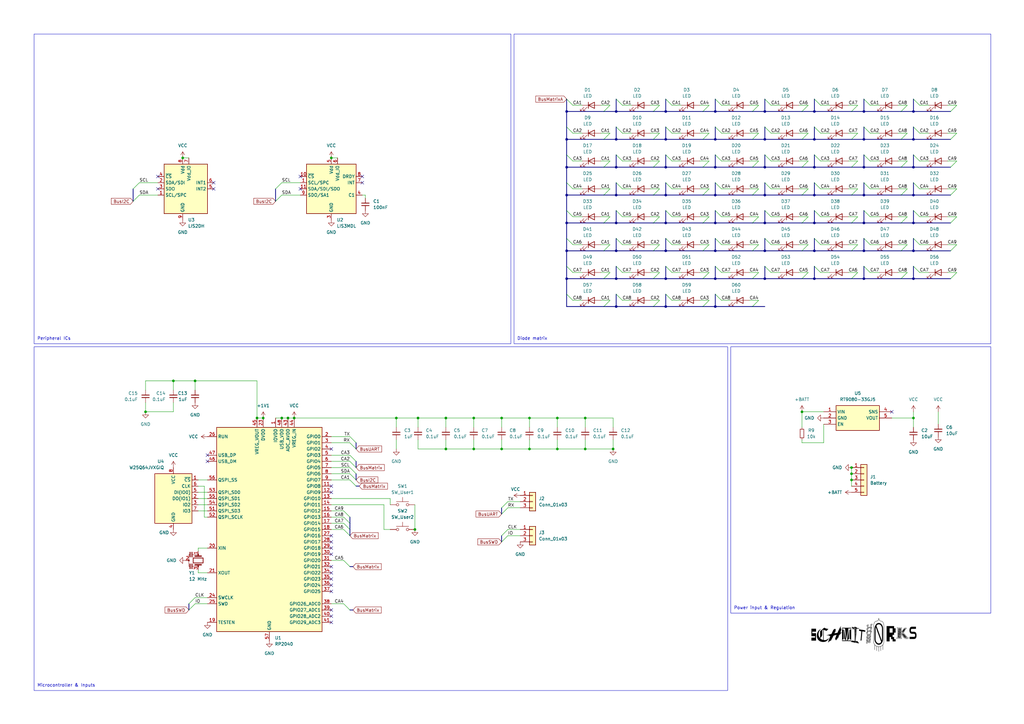
<source format=kicad_sch>
(kicad_sch (version 20230121) (generator eeschema)
  (paper "A3")
  (title_block (title "Smartwatch") (rev "B"))
  (lib_symbols
    (symbol "Connector_Generic:Conn_01x03" (pin_names (offset 1.016) hide)
      (property "Reference" "J" (at 0 5.08 0))
      (property "Value" "Conn_01x03" (at 0 -5.08 0))
      (symbol "Conn_01x03_1_1"
        (pin passive line (at -5.08 2.54 0) (length 3.81) (name "Pin_1") (number "1"))
        (pin passive line (at -5.08 0 0) (length 3.81) (name "Pin_2") (number "2"))
        (pin passive line (at -5.08 -2.54 0) (length 3.81) (name "Pin_3") (number "3"))
      )
    )
    (symbol "Connector_Generic:Conn_01x05" (pin_names (offset 1.016) hide)
      (property "Reference" "J" (at 0 7.62 0))
      (property "Value" "Conn_01x05" (at 0 -7.62 0))
      (symbol "Conn_01x05_1_1"
        (pin passive line (at -5.08 5.08 0) (length 3.81) (name "Pin_1") (number "1"))
        (pin passive line (at -5.08 2.54 0) (length 3.81) (name "Pin_2") (number "2"))
        (pin passive line (at -5.08 0 0) (length 3.81) (name "Pin_3") (number "3"))
        (pin passive line (at -5.08 -2.54 0) (length 3.81) (name "Pin_4") (number "4"))
        (pin passive line (at -5.08 -5.08 0) (length 3.81) (name "Pin_5") (number "5"))
      )
    )
    (symbol "Device:C_Small" (pin_numbers hide) (pin_names (offset 0.254) hide)
      (property "Reference" "C" (at 0.254 1.778 0))
      (property "Value" "C_Small" (at 0.254 -2.032 0))
      (symbol "C_Small_1_1"
        (pin passive line (at 0 2.54 270) (length 2.032) (name "~") (number "1"))
        (pin passive line (at 0 -2.54 90) (length 2.032) (name "~") (number "2"))
      )
    )
    (symbol "Device:LED" (pin_numbers hide) (pin_names (offset 1.016) hide)
      (property "Reference" "D" (at 0 2.54 0))
      (property "Value" "LED" (at 0 -2.54 0))
      (symbol "LED_1_1"
        (pin passive line (at -3.81 0 0) (length 2.54) (name "K") (number "1"))
        (pin passive line (at 3.81 0 180) (length 2.54) (name "A") (number "2"))
      )
    )
    (symbol "Device:R_Small" (pin_numbers hide) (pin_names (offset 0.254) hide)
      (property "Reference" "R" (at 0.762 0.508 0))
      (property "Value" "R_Small" (at 0.762 -1.016 0))
      (symbol "R_Small_1_1"
        (pin passive line (at 0 2.54 270) (length 0.762) (name "~") (number "1"))
        (pin passive line (at 0 -2.54 90) (length 0.762) (name "~") (number "2"))
      )
    )
    (symbol "Device:Resonator" (pin_names (offset 1.016) hide)
      (property "Reference" "Y" (at 0 5.715 0))
      (property "Value" "Resonator" (at 0 3.81 0))
      (symbol "Resonator_1_1"
        (pin passive line (at -3.81 0 0) (length 1.27) (name "1") (number "1"))
        (pin passive line (at 0 -5.08 90) (length 1.27) (name "2") (number "2"))
        (pin passive line (at 3.81 0 180) (length 1.27) (name "3") (number "3"))
      )
    )
    (symbol "MCU_RaspberryPi:RP2040"
      (property "Reference" "U" (at 17.78 45.72 0))
      (property "Value" "RP2040" (at 17.78 43.18 0))
      (symbol "RP2040_1_1"
        (pin power_in line (at 2.54 45.72 270) (length 3.81) (name "IOVDD") (number "1"))
        (pin passive line (at 2.54 45.72 270) (length 3.81) hide (name "IOVDD") (number "10"))
        (pin bidirectional line (at 25.4 17.78 180) (length 3.81) (name "GPIO8") (number "11"))
        (pin bidirectional line (at 25.4 15.24 180) (length 3.81) (name "GPIO9") (number "12"))
        (pin bidirectional line (at 25.4 12.7 180) (length 3.81) (name "GPIO10") (number "13"))
        (pin bidirectional line (at 25.4 10.16 180) (length 3.81) (name "GPIO11") (number "14"))
        (pin bidirectional line (at 25.4 7.62 180) (length 3.81) (name "GPIO12") (number "15"))
        (pin bidirectional line (at 25.4 5.08 180) (length 3.81) (name "GPIO13") (number "16"))
        (pin bidirectional line (at 25.4 2.54 180) (length 3.81) (name "GPIO14") (number "17"))
        (pin bidirectional line (at 25.4 0 180) (length 3.81) (name "GPIO15") (number "18"))
        (pin input line (at -25.4 -38.1 0) (length 3.81) (name "TESTEN") (number "19"))
        (pin bidirectional line (at 25.4 38.1 180) (length 3.81) (name "GPIO0") (number "2"))
        (pin input line (at -25.4 -7.62 0) (length 3.81) (name "XIN") (number "20"))
        (pin passive line (at -25.4 -17.78 0) (length 3.81) (name "XOUT") (number "21"))
        (pin passive line (at 2.54 45.72 270) (length 3.81) hide (name "IOVDD") (number "22"))
        (pin power_in line (at -2.54 45.72 270) (length 3.81) (name "DVDD") (number "23"))
        (pin input line (at -25.4 -27.94 0) (length 3.81) (name "SWCLK") (number "24"))
        (pin bidirectional line (at -25.4 -30.48 0) (length 3.81) (name "SWD") (number "25"))
        (pin input line (at -25.4 38.1 0) (length 3.81) (name "RUN") (number "26"))
        (pin bidirectional line (at 25.4 -2.54 180) (length 3.81) (name "GPIO16") (number "27"))
        (pin bidirectional line (at 25.4 -5.08 180) (length 3.81) (name "GPIO17") (number "28"))
        (pin bidirectional line (at 25.4 -7.62 180) (length 3.81) (name "GPIO18") (number "29"))
        (pin bidirectional line (at 25.4 35.56 180) (length 3.81) (name "GPIO1") (number "3"))
        (pin bidirectional line (at 25.4 -10.16 180) (length 3.81) (name "GPIO19") (number "30"))
        (pin bidirectional line (at 25.4 -12.7 180) (length 3.81) (name "GPIO20") (number "31"))
        (pin bidirectional line (at 25.4 -15.24 180) (length 3.81) (name "GPIO21") (number "32"))
        (pin passive line (at 2.54 45.72 270) (length 3.81) hide (name "IOVDD") (number "33"))
        (pin bidirectional line (at 25.4 -17.78 180) (length 3.81) (name "GPIO22") (number "34"))
        (pin bidirectional line (at 25.4 -20.32 180) (length 3.81) (name "GPIO23") (number "35"))
        (pin bidirectional line (at 25.4 -22.86 180) (length 3.81) (name "GPIO24") (number "36"))
        (pin bidirectional line (at 25.4 -25.4 180) (length 3.81) (name "GPIO25") (number "37"))
        (pin bidirectional line (at 25.4 -30.48 180) (length 3.81) (name "GPIO26_ADC0") (number "38"))
        (pin bidirectional line (at 25.4 -33.02 180) (length 3.81) (name "GPIO27_ADC1") (number "39"))
        (pin bidirectional line (at 25.4 33.02 180) (length 3.81) (name "GPIO2") (number "4"))
        (pin bidirectional line (at 25.4 -35.56 180) (length 3.81) (name "GPIO28_ADC2") (number "40"))
        (pin bidirectional line (at 25.4 -38.1 180) (length 3.81) (name "GPIO29_ADC3") (number "41"))
        (pin passive line (at 2.54 45.72 270) (length 3.81) hide (name "IOVDD") (number "42"))
        (pin power_in line (at 7.62 45.72 270) (length 3.81) (name "ADC_AVDD") (number "43"))
        (pin power_in line (at 10.16 45.72 270) (length 3.81) (name "VREG_IN") (number "44"))
        (pin power_out line (at -5.08 45.72 270) (length 3.81) (name "VREG_VOUT") (number "45"))
        (pin bidirectional line (at -25.4 27.94 0) (length 3.81) (name "USB_DM") (number "46"))
        (pin bidirectional line (at -25.4 30.48 0) (length 3.81) (name "USB_DP") (number "47"))
        (pin power_in line (at 5.08 45.72 270) (length 3.81) (name "USB_VDD") (number "48"))
        (pin passive line (at 2.54 45.72 270) (length 3.81) hide (name "IOVDD") (number "49"))
        (pin bidirectional line (at 25.4 30.48 180) (length 3.81) (name "GPIO3") (number "5"))
        (pin passive line (at -2.54 45.72 270) (length 3.81) hide (name "DVDD") (number "50"))
        (pin bidirectional line (at -25.4 7.62 0) (length 3.81) (name "QSPI_SD3") (number "51"))
        (pin output line (at -25.4 5.08 0) (length 3.81) (name "QSPI_SCLK") (number "52"))
        (pin bidirectional line (at -25.4 15.24 0) (length 3.81) (name "QSPI_SD0") (number "53"))
        (pin bidirectional line (at -25.4 10.16 0) (length 3.81) (name "QSPI_SD2") (number "54"))
        (pin bidirectional line (at -25.4 12.7 0) (length 3.81) (name "QSPI_SD1") (number "55"))
        (pin bidirectional line (at -25.4 20.32 0) (length 3.81) (name "QSPI_SS") (number "56"))
        (pin power_in line (at 0 -45.72 90) (length 3.81) (name "GND") (number "57"))
        (pin bidirectional line (at 25.4 27.94 180) (length 3.81) (name "GPIO4") (number "6"))
        (pin bidirectional line (at 25.4 25.4 180) (length 3.81) (name "GPIO5") (number "7"))
        (pin bidirectional line (at 25.4 22.86 180) (length 3.81) (name "GPIO6") (number "8"))
        (pin bidirectional line (at 25.4 20.32 180) (length 3.81) (name "GPIO7") (number "9"))
      )
    )
    (symbol "Memory_Flash:W25Q128JVS"
      (property "Reference" "U" (at -8.89 8.89 0))
      (property "Value" "W25Q128JVS" (at 7.62 8.89 0))
      (symbol "W25Q128JVS_1_1"
        (pin input line (at -10.16 7.62 0) (length 2.54) (name "~{CS}") (number "1"))
        (pin bidirectional line (at -10.16 0 0) (length 2.54) (name "DO(IO1)") (number "2"))
        (pin bidirectional line (at -10.16 -2.54 0) (length 2.54) (name "IO2") (number "3"))
        (pin power_in line (at 0 -12.7 90) (length 2.54) (name "GND") (number "4"))
        (pin bidirectional line (at -10.16 2.54 0) (length 2.54) (name "DI(IO0)") (number "5"))
        (pin input line (at -10.16 5.08 0) (length 2.54) (name "CLK") (number "6"))
        (pin bidirectional line (at -10.16 -5.08 0) (length 2.54) (name "IO3") (number "7"))
        (pin power_in line (at 0 12.7 270) (length 2.54) (name "VCC") (number "8"))
      )
    )
    (symbol "SamacSys_Parts:RT9080-33GJ5"
      (property "Reference" "IC" (at 24.13 7.62 0))
      (property "Value" "RT9080-33GJ5" (at 24.13 5.08 0))
      (symbol "RT9080-33GJ5_1_1"
        (pin passive line (at 0 0 0) (length 5.08) (name "VIN") (number "1"))
        (pin passive line (at 0 -2.54 0) (length 5.08) (name "GND") (number "2"))
        (pin passive line (at 0 -5.08 0) (length 5.08) (name "EN") (number "3"))
        (pin passive line (at 27.94 0 180) (length 5.08) (name "SNS") (number "4"))
        (pin passive line (at 27.94 -2.54 180) (length 5.08) (name "VOUT") (number "5"))
      )
    )
    (symbol "Sensor_Magnetic:LIS3MDL"
      (property "Reference" "U" (at -8.89 11.43 0))
      (property "Value" "LIS3MDL" (at 7.62 11.43 0))
      (symbol "LIS3MDL_1_1"
        (pin input line (at -12.7 2.54 0) (length 2.54) (name "SCL/SPC") (number "1"))
        (pin input line (at -12.7 5.08 0) (length 2.54) (name "~{CS}") (number "10"))
        (pin bidirectional line (at -12.7 0 0) (length 2.54) (name "SDA/SDI/SDO") (number "11"))
        (pin passive line (at 0 -12.7 90) (length 2.54) hide (name "GND") (number "12"))
        (pin passive line (at 0 -12.7 90) (length 2.54) hide (name "GND") (number "2"))
        (pin power_in line (at 0 -12.7 90) (length 2.54) (name "GND") (number "3"))
        (pin power_out line (at 12.7 -2.54 180) (length 2.54) (name "C1") (number "4"))
        (pin power_in line (at 0 12.7 270) (length 2.54) (name "Vdd") (number "5"))
        (pin power_in line (at 2.54 12.7 270) (length 2.54) (name "Vdd_IO") (number "6"))
        (pin output line (at 12.7 2.54 180) (length 2.54) (name "INT") (number "7"))
        (pin output line (at 12.7 5.08 180) (length 2.54) (name "DRDY") (number "8"))
        (pin bidirectional line (at -12.7 -2.54 0) (length 2.54) (name "SDO/SA1") (number "9"))
      )
    )
    (symbol "Sensor_Motion:LIS2DH"
      (property "Reference" "U" (at -8.89 11.43 0))
      (property "Value" "LIS2DH" (at 3.81 11.43 0))
      (symbol "LIS2DH_1_1"
        (pin input line (at -10.16 -2.54 0) (length 2.54) (name "SCL/SPC") (number "1"))
        (pin passive line (at 0 -12.7 90) (length 2.54) hide (name "GND") (number "10"))
        (pin passive line (at 0 -12.7 90) (length 2.54) hide (name "GND") (number "11"))
        (pin passive line (at 0 -12.7 90) (length 2.54) hide (name "GND") (number "12"))
        (pin passive line (at 0 -12.7 90) (length 2.54) hide (name "GND") (number "13"))
        (pin passive line (at 0 -12.7 90) (length 2.54) hide (name "GND") (number "14"))
        (pin bidirectional line (at -10.16 2.54 0) (length 2.54) (name "SDA/SDI") (number "2"))
        (pin output line (at -10.16 0 0) (length 2.54) (name "SDO") (number "3"))
        (pin input line (at -10.16 5.08 0) (length 2.54) (name "~{CS}") (number "4"))
        (pin output line (at 12.7 0 180) (length 2.54) (name "INT2") (number "5"))
        (pin output line (at 12.7 2.54 180) (length 2.54) (name "INT1") (number "6"))
        (pin power_in line (at 2.54 12.7 270) (length 2.54) (name "Vdd_IO") (number "7"))
        (pin power_in line (at 0 12.7 270) (length 2.54) (name "Vdd") (number "8"))
        (pin power_in line (at 0 -12.7 90) (length 2.54) (name "GND") (number "9"))
      )
    )
    (symbol "Switch:SW_Push" (pin_numbers hide) (pin_names (offset 1.016) hide)
      (property "Reference" "SW" (at 1.27 2.54 0))
      (property "Value" "SW_Push" (at 0 -1.524 0))
      (symbol "SW_Push_0_1"
        (pin passive line (at -5.08 0 0) (length 2.54) (name "1") (number "1"))
        (pin passive line (at 5.08 0 180) (length 2.54) (name "2") (number "2"))
      )
    )
    (symbol "power:+1V1" (power) (pin_names (offset 0))
      (property "Value" "+1V1" (at 0 3.556 0))
      (symbol "+1V1_1_1"
        (pin power_in line (at 0 0 90) (length 0) hide (name "+1V1") (number "1"))
      )
    )
    (symbol "power:+BATT" (power) (pin_names (offset 0))
      (property "Value" "+BATT" (at 0 3.556 0))
      (symbol "+BATT_1_1"
        (pin power_in line (at 0 0 90) (length 0) hide (name "+BATT") (number "1"))
      )
    )
    (symbol "power:GND" (power) (pin_names (offset 0))
      (property "Value" "GND" (at 0 -3.81 0))
      (symbol "GND_1_1"
        (pin power_in line (at 0 0 270) (length 0) hide (name "GND") (number "1"))
      )
    )
    (symbol "power:VCC" (power) (pin_names (offset 0))
      (property "Value" "VCC" (at 0 3.81 0))
      (symbol "VCC_1_1"
        (pin power_in line (at 0 0 90) (length 0) hide (name "VCC") (number "1"))
      )
    )
  )
  (junction (at 170.18 217.17))
  (junction (at 105.41 171.45))
  (junction (at 293.37 80.01))
  (junction (at 182.88 171.45))
  (junction (at 217.17 171.45))
  (junction (at 232.41 114.3))
  (junction (at 273.05 91.44))
  (junction (at 74.93 64.77))
  (junction (at 313.69 102.87))
  (junction (at 162.56 171.45))
  (junction (at 293.37 114.3))
  (junction (at 120.65 171.45))
  (junction (at 194.31 171.45))
  (junction (at 349.25 196.85))
  (junction (at 273.05 45.72))
  (junction (at 293.37 102.87))
  (junction (at 194.31 184.15))
  (junction (at 252.73 114.3))
  (junction (at 217.17 184.15))
  (junction (at 334.01 80.01))
  (junction (at 313.69 91.44))
  (junction (at 252.73 125.73))
  (junction (at 252.73 45.72))
  (junction (at 354.33 91.44))
  (junction (at 240.03 184.15))
  (junction (at 252.73 68.58))
  (junction (at 293.37 68.58))
  (junction (at 313.69 45.72))
  (junction (at 240.03 171.45))
  (junction (at 349.25 194.31))
  (junction (at 171.45 171.45))
  (junction (at 115.57 171.45))
  (junction (at 334.01 68.58))
  (junction (at 273.05 102.87))
  (junction (at 293.37 45.72))
  (junction (at 59.69 168.91))
  (junction (at 293.37 57.15))
  (junction (at 232.41 57.15))
  (junction (at 71.12 156.21))
  (junction (at 374.65 114.3))
  (junction (at 273.05 114.3))
  (junction (at 334.01 102.87))
  (junction (at 232.41 68.58))
  (junction (at 232.41 80.01))
  (junction (at 354.33 102.87))
  (junction (at 374.65 102.87))
  (junction (at 334.01 57.15))
  (junction (at 374.65 57.15))
  (junction (at 293.37 125.73))
  (junction (at 205.74 171.45))
  (junction (at 80.01 156.21))
  (junction (at 273.05 57.15))
  (junction (at 252.73 91.44))
  (junction (at 252.73 57.15))
  (junction (at 205.74 184.15))
  (junction (at 182.88 184.15))
  (junction (at 135.89 64.77))
  (junction (at 374.65 45.72))
  (junction (at 313.69 68.58))
  (junction (at 252.73 80.01))
  (junction (at 354.33 57.15))
  (junction (at 232.41 91.44))
  (junction (at 354.33 45.72))
  (junction (at 293.37 91.44))
  (junction (at 228.6 171.45))
  (junction (at 313.69 57.15))
  (junction (at 273.05 125.73))
  (junction (at 228.6 184.15))
  (junction (at 374.65 91.44))
  (junction (at 328.93 168.91))
  (junction (at 354.33 68.58))
  (junction (at 354.33 80.01))
  (junction (at 313.69 80.01))
  (junction (at 273.05 68.58))
  (junction (at 232.41 102.87))
  (junction (at 252.73 102.87))
  (junction (at 334.01 45.72))
  (junction (at 251.46 184.15))
  (junction (at 349.25 191.77))
  (junction (at 374.65 171.45))
  (junction (at 313.69 114.3))
  (junction (at 334.01 114.3))
  (junction (at 354.33 114.3))
  (junction (at 374.65 80.01))
  (junction (at 107.95 171.45))
  (junction (at 374.65 68.58))
  (junction (at 334.01 91.44))
  (junction (at 232.41 45.72))
  (junction (at 273.05 80.01))
  (junction (at 118.11 171.45))
  (no_connect (at 64.77 72.39))
  (no_connect (at 64.77 77.47))
  (no_connect (at 365.76 168.91))
  (no_connect (at 135.89 201.93))
  (no_connect (at 87.63 74.93))
  (no_connect (at 135.89 252.73))
  (no_connect (at 135.89 219.71))
  (no_connect (at 135.89 242.57))
  (no_connect (at 123.19 77.47))
  (no_connect (at 85.09 186.69))
  (no_connect (at 85.09 189.23))
  (no_connect (at 135.89 224.79))
  (no_connect (at 135.89 227.33))
  (no_connect (at 135.89 237.49))
  (no_connect (at 135.89 240.03))
  (no_connect (at 135.89 232.41))
  (no_connect (at 148.59 72.39))
  (no_connect (at 148.59 74.93))
  (no_connect (at 87.63 77.47))
  (no_connect (at 135.89 184.15))
  (no_connect (at 123.19 72.39))
  (no_connect (at 135.89 199.39))
  (no_connect (at 135.89 250.19))
  (no_connect (at 135.89 234.95))
  (no_connect (at 135.89 222.25))
  (no_connect (at 135.89 255.27))
  (bus_entry (at 270.51 66.04) (size -2.54 2.54))
  (bus_entry (at 334.01 97.79) (size 2.54 2.54))
  (bus_entry (at 208.28 205.74) (size -2.54 2.54))
  (bus_entry (at 250.19 111.76) (size -2.54 2.54))
  (bus_entry (at 270.51 123.19) (size -2.54 2.54))
  (bus_entry (at 293.37 52.07) (size 2.54 2.54))
  (bus_entry (at 334.01 109.22) (size 2.54 2.54))
  (bus_entry (at 313.69 40.64) (size 2.54 2.54))
  (bus_entry (at 232.41 86.36) (size 2.54 2.54))
  (bus_entry (at 351.79 66.04) (size -2.54 2.54))
  (bus_entry (at 273.05 97.79) (size 2.54 2.54))
  (bus_entry (at 252.73 109.22) (size 2.54 2.54))
  (bus_entry (at 354.33 97.79) (size 2.54 2.54))
  (bus_entry (at 140.97 229.87) (size 2.54 2.54))
  (bus_entry (at 372.11 111.76) (size -2.54 2.54))
  (bus_entry (at 392.43 100.33) (size -2.54 2.54))
  (bus_entry (at 140.97 214.63) (size 2.54 2.54))
  (bus_entry (at 208.28 208.28) (size -2.54 2.54))
  (bus_entry (at 331.47 100.33) (size -2.54 2.54))
  (bus_entry (at 392.43 77.47) (size -2.54 2.54))
  (bus_entry (at 290.83 66.04) (size -2.54 2.54))
  (bus_entry (at 392.43 111.76) (size -2.54 2.54))
  (bus_entry (at 290.83 100.33) (size -2.54 2.54))
  (bus_entry (at 374.65 86.36) (size 2.54 2.54))
  (bus_entry (at 311.15 77.47) (size -2.54 2.54))
  (bus_entry (at 372.11 77.47) (size -2.54 2.54))
  (bus_entry (at 334.01 63.5) (size 2.54 2.54))
  (bus_entry (at 143.51 191.77) (size 2.54 2.54))
  (bus_entry (at 115.57 80.01) (size -2.54 2.54))
  (bus_entry (at 270.51 100.33) (size -2.54 2.54))
  (bus_entry (at 250.19 123.19) (size -2.54 2.54))
  (bus_entry (at 351.79 54.61) (size -2.54 2.54))
  (bus_entry (at 252.73 97.79) (size 2.54 2.54))
  (bus_entry (at 250.19 77.47) (size -2.54 2.54))
  (bus_entry (at 290.83 54.61) (size -2.54 2.54))
  (bus_entry (at 290.83 43.18) (size -2.54 2.54))
  (bus_entry (at 250.19 43.18) (size -2.54 2.54))
  (bus_entry (at 313.69 52.07) (size 2.54 2.54))
  (bus_entry (at 273.05 63.5) (size 2.54 2.54))
  (bus_entry (at 250.19 66.04) (size -2.54 2.54))
  (bus_entry (at 252.73 86.36) (size 2.54 2.54))
  (bus_entry (at 311.15 43.18) (size -2.54 2.54))
  (bus_entry (at 311.15 111.76) (size -2.54 2.54))
  (bus_entry (at 331.47 43.18) (size -2.54 2.54))
  (bus_entry (at 232.41 97.79) (size 2.54 2.54))
  (bus_entry (at 208.28 219.71) (size -2.54 2.54))
  (bus_entry (at 351.79 43.18) (size -2.54 2.54))
  (bus_entry (at 354.33 52.07) (size 2.54 2.54))
  (bus_entry (at 293.37 74.93) (size 2.54 2.54))
  (bus_entry (at 208.28 217.17) (size -2.54 2.54))
  (bus_entry (at 80.01 245.11) (size -2.54 2.54))
  (bus_entry (at 140.97 209.55) (size 2.54 2.54))
  (bus_entry (at 270.51 43.18) (size -2.54 2.54))
  (bus_entry (at 351.79 111.76) (size -2.54 2.54))
  (bus_entry (at 311.15 100.33) (size -2.54 2.54))
  (bus_entry (at 334.01 74.93) (size 2.54 2.54))
  (bus_entry (at 57.15 80.01) (size -2.54 2.54))
  (bus_entry (at 313.69 86.36) (size 2.54 2.54))
  (bus_entry (at 252.73 63.5) (size 2.54 2.54))
  (bus_entry (at 143.51 181.61) (size 2.54 2.54))
  (bus_entry (at 143.51 189.23) (size 2.54 2.54))
  (bus_entry (at 354.33 40.64) (size 2.54 2.54))
  (bus_entry (at 252.73 40.64) (size 2.54 2.54))
  (bus_entry (at 140.97 212.09) (size 2.54 2.54))
  (bus_entry (at 232.41 74.93) (size 2.54 2.54))
  (bus_entry (at 290.83 123.19) (size -2.54 2.54))
  (bus_entry (at 270.51 111.76) (size -2.54 2.54))
  (bus_entry (at 143.51 186.69) (size 2.54 2.54))
  (bus_entry (at 57.15 74.93) (size -2.54 2.54))
  (bus_entry (at 80.01 247.65) (size -2.54 2.54))
  (bus_entry (at 250.19 54.61) (size -2.54 2.54))
  (bus_entry (at 313.69 97.79) (size 2.54 2.54))
  (bus_entry (at 252.73 52.07) (size 2.54 2.54))
  (bus_entry (at 250.19 88.9) (size -2.54 2.54))
  (bus_entry (at 354.33 109.22) (size 2.54 2.54))
  (bus_entry (at 392.43 43.18) (size -2.54 2.54))
  (bus_entry (at 311.15 54.61) (size -2.54 2.54))
  (bus_entry (at 374.65 40.64) (size 2.54 2.54))
  (bus_entry (at 232.41 52.07) (size 2.54 2.54))
  (bus_entry (at 331.47 54.61) (size -2.54 2.54))
  (bus_entry (at 273.05 120.65) (size 2.54 2.54))
  (bus_entry (at 252.73 120.65) (size 2.54 2.54))
  (bus_entry (at 232.41 109.22) (size 2.54 2.54))
  (bus_entry (at 143.51 179.07) (size 2.54 2.54))
  (bus_entry (at 290.83 88.9) (size -2.54 2.54))
  (bus_entry (at 374.65 109.22) (size 2.54 2.54))
  (bus_entry (at 273.05 109.22) (size 2.54 2.54))
  (bus_entry (at 270.51 77.47) (size -2.54 2.54))
  (bus_entry (at 115.57 74.93) (size -2.54 2.54))
  (bus_entry (at 293.37 86.36) (size 2.54 2.54))
  (bus_entry (at 372.11 88.9) (size -2.54 2.54))
  (bus_entry (at 372.11 100.33) (size -2.54 2.54))
  (bus_entry (at 293.37 120.65) (size 2.54 2.54))
  (bus_entry (at 331.47 111.76) (size -2.54 2.54))
  (bus_entry (at 293.37 63.5) (size 2.54 2.54))
  (bus_entry (at 143.51 194.31) (size 2.54 2.54))
  (bus_entry (at 374.65 52.07) (size 2.54 2.54))
  (bus_entry (at 232.41 120.65) (size 2.54 2.54))
  (bus_entry (at 140.97 217.17) (size 2.54 2.54))
  (bus_entry (at 374.65 74.93) (size 2.54 2.54))
  (bus_entry (at 354.33 63.5) (size 2.54 2.54))
  (bus_entry (at 354.33 74.93) (size 2.54 2.54))
  (bus_entry (at 354.33 86.36) (size 2.54 2.54))
  (bus_entry (at 273.05 40.64) (size 2.54 2.54))
  (bus_entry (at 313.69 63.5) (size 2.54 2.54))
  (bus_entry (at 273.05 52.07) (size 2.54 2.54))
  (bus_entry (at 232.41 63.5) (size 2.54 2.54))
  (bus_entry (at 143.51 196.85) (size 2.54 2.54))
  (bus_entry (at 270.51 54.61) (size -2.54 2.54))
  (bus_entry (at 392.43 88.9) (size -2.54 2.54))
  (bus_entry (at 250.19 100.33) (size -2.54 2.54))
  (bus_entry (at 392.43 54.61) (size -2.54 2.54))
  (bus_entry (at 334.01 40.64) (size 2.54 2.54))
  (bus_entry (at 331.47 88.9) (size -2.54 2.54))
  (bus_entry (at 293.37 97.79) (size 2.54 2.54))
  (bus_entry (at 273.05 74.93) (size 2.54 2.54))
  (bus_entry (at 252.73 74.93) (size 2.54 2.54))
  (bus_entry (at 372.11 43.18) (size -2.54 2.54))
  (bus_entry (at 140.97 247.65) (size 2.54 2.54))
  (bus_entry (at 331.47 66.04) (size -2.54 2.54))
  (bus_entry (at 351.79 88.9) (size -2.54 2.54))
  (bus_entry (at 232.41 40.64) (size 2.54 2.54))
  (bus_entry (at 372.11 54.61) (size -2.54 2.54))
  (bus_entry (at 372.11 66.04) (size -2.54 2.54))
  (bus_entry (at 374.65 97.79) (size 2.54 2.54))
  (bus_entry (at 374.65 63.5) (size 2.54 2.54))
  (bus_entry (at 311.15 66.04) (size -2.54 2.54))
  (bus_entry (at 293.37 109.22) (size 2.54 2.54))
  (bus_entry (at 311.15 123.19) (size -2.54 2.54))
  (bus_entry (at 293.37 40.64) (size 2.54 2.54))
  (bus_entry (at 351.79 77.47) (size -2.54 2.54))
  (bus_entry (at 331.47 77.47) (size -2.54 2.54))
  (bus_entry (at 313.69 74.93) (size 2.54 2.54))
  (bus_entry (at 273.05 86.36) (size 2.54 2.54))
  (bus_entry (at 392.43 66.04) (size -2.54 2.54))
  (bus_entry (at 290.83 77.47) (size -2.54 2.54))
  (bus_entry (at 351.79 100.33) (size -2.54 2.54))
  (bus_entry (at 313.69 109.22) (size 2.54 2.54))
  (bus_entry (at 334.01 86.36) (size 2.54 2.54))
  (bus_entry (at 270.51 88.9) (size -2.54 2.54))
  (bus_entry (at 290.83 111.76) (size -2.54 2.54))
  (bus_entry (at 311.15 88.9) (size -2.54 2.54))
  (bus_entry (at 334.01 52.07) (size 2.54 2.54))
  (bus (pts (xy 334.01 102.87) (xy 334.01 97.79)))
  (wire (pts (xy 85.09 245.11) (xy 80.01 245.11)))
  (wire (pts (xy 307.34 54.61) (xy 311.15 54.61)))
  (wire (pts (xy 251.46 171.45) (xy 251.46 175.26)))
  (wire (pts (xy 182.88 175.26) (xy 182.88 171.45)))
  (wire (pts (xy 356.87 54.61) (xy 360.68 54.61)))
  (bus (pts (xy 389.89 91.44) (xy 374.65 91.44)))
  (wire (pts (xy 316.23 43.18) (xy 320.04 43.18)))
  (bus (pts (xy 143.51 212.09) (xy 143.51 214.63)))
  (wire (pts (xy 217.17 175.26) (xy 217.17 171.45)))
  (bus (pts (xy 369.57 68.58) (xy 354.33 68.58)))
  (bus (pts (xy 369.57 45.72) (xy 354.33 45.72)))
  (bus (pts (xy 267.97 102.87) (xy 273.05 102.87)))
  (wire (pts (xy 275.59 66.04) (xy 279.4 66.04)))
  (bus (pts (xy 252.73 57.15) (xy 252.73 52.07)))
  (wire (pts (xy 240.03 175.26) (xy 240.03 171.45)))
  (bus (pts (xy 354.33 114.3) (xy 354.33 109.22)))
  (wire (pts (xy 162.56 184.15) (xy 162.56 180.34)))
  (bus (pts (xy 146.05 181.61) (xy 146.05 184.15)))
  (wire (pts (xy 205.74 175.26) (xy 205.74 171.45)))
  (wire (pts (xy 135.89 229.87) (xy 140.97 229.87)))
  (bus (pts (xy 54.61 77.47) (xy 54.61 82.55)))
  (bus (pts (xy 369.57 57.15) (xy 354.33 57.15)))
  (wire (pts (xy 246.38 100.33) (xy 250.19 100.33)))
  (bus (pts (xy 247.65 102.87) (xy 252.73 102.87)))
  (bus (pts (xy 273.05 91.44) (xy 273.05 86.36)))
  (bus (pts (xy 232.41 91.44) (xy 232.41 86.36)))
  (bus (pts (xy 328.93 68.58) (xy 334.01 68.58)))
  (bus (pts (xy 313.69 102.87) (xy 313.69 97.79)))
  (wire (pts (xy 228.6 184.15) (xy 228.6 180.34)))
  (bus (pts (xy 288.29 45.72) (xy 273.05 45.72)))
  (bus (pts (xy 252.73 45.72) (xy 252.73 40.64)))
  (bus (pts (xy 288.29 114.3) (xy 273.05 114.3)))
  (bus (pts (xy 273.05 68.58) (xy 273.05 63.5)))
  (wire (pts (xy 71.12 156.21) (xy 59.69 156.21)))
  (wire (pts (xy 81.28 226.06) (xy 81.28 224.79)))
  (wire (pts (xy 148.59 80.01) (xy 149.86 80.01)))
  (bus (pts (xy 349.25 57.15) (xy 334.01 57.15)))
  (bus (pts (xy 288.29 80.01) (xy 293.37 80.01)))
  (wire (pts (xy 234.95 66.04) (xy 238.76 66.04)))
  (wire (pts (xy 234.95 111.76) (xy 238.76 111.76)))
  (bus (pts (xy 369.57 102.87) (xy 354.33 102.87)))
  (wire (pts (xy 81.28 209.55) (xy 85.09 209.55)))
  (bus (pts (xy 288.29 68.58) (xy 273.05 68.58)))
  (wire (pts (xy 307.34 111.76) (xy 311.15 111.76)))
  (wire (pts (xy 81.28 234.95) (xy 85.09 234.95)))
  (wire (pts (xy 255.27 123.19) (xy 259.08 123.19)))
  (wire (pts (xy 59.69 168.91) (xy 59.69 165.1)))
  (bus (pts (xy 369.57 114.3) (xy 354.33 114.3)))
  (wire (pts (xy 240.03 184.15) (xy 251.46 184.15)))
  (bus (pts (xy 247.65 91.44) (xy 252.73 91.44)))
  (bus (pts (xy 334.01 91.44) (xy 334.01 86.36)))
  (wire (pts (xy 123.19 74.93) (xy 115.57 74.93)))
  (bus (pts (xy 313.69 45.72) (xy 313.69 40.64)))
  (bus (pts (xy 354.33 102.87) (xy 354.33 97.79)))
  (wire (pts (xy 287.02 88.9) (xy 290.83 88.9)))
  (wire (pts (xy 388.62 77.47) (xy 392.43 77.47)))
  (wire (pts (xy 59.69 160.02) (xy 59.69 156.21)))
  (bus (pts (xy 247.65 102.87) (xy 232.41 102.87)))
  (bus (pts (xy 349.25 91.44) (xy 334.01 91.44)))
  (wire (pts (xy 246.38 111.76) (xy 250.19 111.76)))
  (bus (pts (xy 349.25 114.3) (xy 354.33 114.3)))
  (bus (pts (xy 354.33 80.01) (xy 354.33 74.93)))
  (bus (pts (xy 146.05 199.39) (xy 147.32 199.39)))
  (wire (pts (xy 365.76 171.45) (xy 374.65 171.45)))
  (wire (pts (xy 295.91 88.9) (xy 299.72 88.9)))
  (wire (pts (xy 336.55 100.33) (xy 340.36 100.33)))
  (bus (pts (xy 288.29 102.87) (xy 273.05 102.87)))
  (bus (pts (xy 267.97 91.44) (xy 273.05 91.44)))
  (bus (pts (xy 369.57 80.01) (xy 354.33 80.01)))
  (wire (pts (xy 347.98 54.61) (xy 351.79 54.61)))
  (wire (pts (xy 328.93 181.61) (xy 328.93 180.34)))
  (bus (pts (xy 288.29 125.73) (xy 293.37 125.73)))
  (wire (pts (xy 234.95 43.18) (xy 238.76 43.18)))
  (wire (pts (xy 349.25 191.77) (xy 349.25 194.31)))
  (wire (pts (xy 217.17 184.15) (xy 228.6 184.15)))
  (wire (pts (xy 307.34 88.9) (xy 311.15 88.9)))
  (wire (pts (xy 295.91 54.61) (xy 299.72 54.61)))
  (wire (pts (xy 234.95 54.61) (xy 238.76 54.61)))
  (wire (pts (xy 374.65 171.45) (xy 374.65 175.26)))
  (wire (pts (xy 295.91 66.04) (xy 299.72 66.04)))
  (wire (pts (xy 388.62 88.9) (xy 392.43 88.9)))
  (wire (pts (xy 328.93 181.61) (xy 337.82 181.61)))
  (wire (pts (xy 255.27 111.76) (xy 259.08 111.76)))
  (wire (pts (xy 71.12 168.91) (xy 59.69 168.91)))
  (bus (pts (xy 247.65 45.72) (xy 252.73 45.72)))
  (bus (pts (xy 247.65 68.58) (xy 232.41 68.58)))
  (wire (pts (xy 287.02 123.19) (xy 290.83 123.19)))
  (bus (pts (xy 247.65 125.73) (xy 232.41 125.73)))
  (wire (pts (xy 135.89 209.55) (xy 140.97 209.55)))
  (wire (pts (xy 81.28 233.68) (xy 81.28 234.95)))
  (bus (pts (xy 328.93 114.3) (xy 313.69 114.3)))
  (wire (pts (xy 275.59 54.61) (xy 279.4 54.61)))
  (bus (pts (xy 288.29 125.73) (xy 273.05 125.73)))
  (bus (pts (xy 349.25 45.72) (xy 354.33 45.72)))
  (bus (pts (xy 288.29 68.58) (xy 293.37 68.58)))
  (wire (pts (xy 337.82 181.61) (xy 337.82 173.99)))
  (wire (pts (xy 246.38 88.9) (xy 250.19 88.9)))
  (wire (pts (xy 377.19 43.18) (xy 381 43.18)))
  (wire (pts (xy 275.59 43.18) (xy 279.4 43.18)))
  (wire (pts (xy 368.3 100.33) (xy 372.11 100.33)))
  (bus (pts (xy 232.41 102.87) (xy 232.41 109.22)))
  (wire (pts (xy 356.87 43.18) (xy 360.68 43.18)))
  (wire (pts (xy 71.12 160.02) (xy 71.12 156.21)))
  (bus (pts (xy 349.25 68.58) (xy 354.33 68.58)))
  (wire (pts (xy 135.89 186.69) (xy 143.51 186.69)))
  (bus (pts (xy 374.65 57.15) (xy 374.65 52.07)))
  (wire (pts (xy 234.95 88.9) (xy 238.76 88.9)))
  (bus (pts (xy 232.41 102.87) (xy 232.41 97.79)))
  (wire (pts (xy 205.74 171.45) (xy 217.17 171.45)))
  (bus (pts (xy 369.57 68.58) (xy 374.65 68.58)))
  (wire (pts (xy 336.55 66.04) (xy 340.36 66.04)))
  (bus (pts (xy 293.37 91.44) (xy 293.37 86.36)))
  (wire (pts (xy 160.02 204.47) (xy 160.02 207.01)))
  (bus (pts (xy 308.61 45.72) (xy 293.37 45.72)))
  (bus (pts (xy 328.93 45.72) (xy 334.01 45.72)))
  (bus (pts (xy 267.97 57.15) (xy 273.05 57.15)))
  (wire (pts (xy 205.74 184.15) (xy 217.17 184.15)))
  (wire (pts (xy 377.19 54.61) (xy 381 54.61)))
  (bus (pts (xy 232.41 80.01) (xy 232.41 86.36)))
  (bus (pts (xy 267.97 114.3) (xy 252.73 114.3)))
  (bus (pts (xy 328.93 102.87) (xy 313.69 102.87)))
  (wire (pts (xy 194.31 171.45) (xy 205.74 171.45)))
  (wire (pts (xy 275.59 111.76) (xy 279.4 111.76)))
  (bus (pts (xy 308.61 57.15) (xy 313.69 57.15)))
  (bus (pts (xy 247.65 114.3) (xy 232.41 114.3)))
  (wire (pts (xy 287.02 77.47) (xy 290.83 77.47)))
  (wire (pts (xy 287.02 66.04) (xy 290.83 66.04)))
  (bus (pts (xy 267.97 45.72) (xy 273.05 45.72)))
  (wire (pts (xy 356.87 111.76) (xy 360.68 111.76)))
  (bus (pts (xy 369.57 91.44) (xy 354.33 91.44)))
  (bus (pts (xy 146.05 189.23) (xy 146.05 191.77)))
  (bus (pts (xy 334.01 80.01) (xy 334.01 74.93)))
  (bus (pts (xy 252.73 125.73) (xy 252.73 120.65)))
  (wire (pts (xy 336.55 111.76) (xy 340.36 111.76)))
  (wire (pts (xy 240.03 171.45) (xy 251.46 171.45)))
  (bus (pts (xy 232.41 91.44) (xy 232.41 97.79)))
  (wire (pts (xy 246.38 66.04) (xy 250.19 66.04)))
  (wire (pts (xy 194.31 175.26) (xy 194.31 171.45)))
  (wire (pts (xy 377.19 100.33) (xy 381 100.33)))
  (wire (pts (xy 194.31 184.15) (xy 205.74 184.15)))
  (wire (pts (xy 135.89 217.17) (xy 140.97 217.17)))
  (wire (pts (xy 388.62 43.18) (xy 392.43 43.18)))
  (wire (pts (xy 336.55 77.47) (xy 340.36 77.47)))
  (bus (pts (xy 267.97 125.73) (xy 273.05 125.73)))
  (bus (pts (xy 273.05 114.3) (xy 273.05 109.22)))
  (bus (pts (xy 232.41 68.58) (xy 232.41 74.93)))
  (wire (pts (xy 135.89 196.85) (xy 143.51 196.85)))
  (wire (pts (xy 182.88 184.15) (xy 194.31 184.15)))
  (bus (pts (xy 252.73 80.01) (xy 252.73 74.93)))
  (bus (pts (xy 313.69 91.44) (xy 313.69 86.36)))
  (wire (pts (xy 74.93 64.77) (xy 77.47 64.77)))
  (wire (pts (xy 205.74 184.15) (xy 205.74 180.34)))
  (wire (pts (xy 123.19 80.01) (xy 115.57 80.01)))
  (bus (pts (xy 354.33 57.15) (xy 354.33 52.07)))
  (bus (pts (xy 288.29 91.44) (xy 293.37 91.44)))
  (wire (pts (xy 368.3 88.9) (xy 372.11 88.9)))
  (wire (pts (xy 246.38 54.61) (xy 250.19 54.61)))
  (bus (pts (xy 313.69 68.58) (xy 313.69 63.5)))
  (wire (pts (xy 266.7 43.18) (xy 270.51 43.18)))
  (wire (pts (xy 368.3 66.04) (xy 372.11 66.04)))
  (bus (pts (xy 374.65 91.44) (xy 374.65 86.36)))
  (bus (pts (xy 328.93 68.58) (xy 313.69 68.58)))
  (wire (pts (xy 182.88 184.15) (xy 182.88 180.34)))
  (bus (pts (xy 273.05 45.72) (xy 273.05 40.64)))
  (wire (pts (xy 266.7 66.04) (xy 270.51 66.04)))
  (wire (pts (xy 374.65 168.91) (xy 374.65 171.45)))
  (bus (pts (xy 369.57 80.01) (xy 374.65 80.01)))
  (wire (pts (xy 135.89 212.09) (xy 140.97 212.09)))
  (wire (pts (xy 356.87 66.04) (xy 360.68 66.04)))
  (wire (pts (xy 80.01 160.02) (xy 80.01 156.21)))
  (wire (pts (xy 347.98 111.76) (xy 351.79 111.76)))
  (bus (pts (xy 252.73 114.3) (xy 252.73 109.22)))
  (bus (pts (xy 334.01 57.15) (xy 334.01 52.07)))
  (bus (pts (xy 293.37 125.73) (xy 293.37 120.65)))
  (wire (pts (xy 295.91 77.47) (xy 299.72 77.47)))
  (wire (pts (xy 171.45 171.45) (xy 182.88 171.45)))
  (wire (pts (xy 157.48 207.01) (xy 157.48 217.17)))
  (wire (pts (xy 170.18 207.01) (xy 170.18 217.17)))
  (bus (pts (xy 374.65 114.3) (xy 374.65 109.22)))
  (wire (pts (xy 240.03 184.15) (xy 240.03 180.34)))
  (wire (pts (xy 255.27 66.04) (xy 259.08 66.04)))
  (wire (pts (xy 356.87 100.33) (xy 360.68 100.33)))
  (bus (pts (xy 308.61 45.72) (xy 313.69 45.72)))
  (wire (pts (xy 388.62 111.76) (xy 392.43 111.76)))
  (wire (pts (xy 336.55 54.61) (xy 340.36 54.61)))
  (wire (pts (xy 113.03 171.45) (xy 115.57 171.45)))
  (wire (pts (xy 255.27 77.47) (xy 259.08 77.47)))
  (wire (pts (xy 307.34 77.47) (xy 311.15 77.47)))
  (wire (pts (xy 328.93 168.91) (xy 337.82 168.91)))
  (bus (pts (xy 267.97 80.01) (xy 252.73 80.01)))
  (wire (pts (xy 234.95 100.33) (xy 238.76 100.33)))
  (wire (pts (xy 246.38 77.47) (xy 250.19 77.47)))
  (bus (pts (xy 288.29 57.15) (xy 293.37 57.15)))
  (wire (pts (xy 377.19 111.76) (xy 381 111.76)))
  (bus (pts (xy 232.41 57.15) (xy 232.41 52.07)))
  (bus (pts (xy 308.61 80.01) (xy 293.37 80.01)))
  (wire (pts (xy 81.28 224.79) (xy 85.09 224.79)))
  (bus (pts (xy 247.65 114.3) (xy 252.73 114.3)))
  (bus (pts (xy 374.65 45.72) (xy 374.65 40.64)))
  (bus (pts (xy 247.65 57.15) (xy 232.41 57.15)))
  (bus (pts (xy 389.89 80.01) (xy 374.65 80.01)))
  (bus (pts (xy 232.41 57.15) (xy 232.41 63.5)))
  (bus (pts (xy 328.93 91.44) (xy 313.69 91.44)))
  (wire (pts (xy 246.38 123.19) (xy 250.19 123.19)))
  (bus (pts (xy 308.61 91.44) (xy 293.37 91.44)))
  (wire (pts (xy 275.59 88.9) (xy 279.4 88.9)))
  (wire (pts (xy 255.27 88.9) (xy 259.08 88.9)))
  (wire (pts (xy 83.82 199.39) (xy 83.82 212.09)))
  (wire (pts (xy 135.89 194.31) (xy 143.51 194.31)))
  (wire (pts (xy 228.6 171.45) (xy 240.03 171.45)))
  (wire (pts (xy 81.28 196.85) (xy 85.09 196.85)))
  (bus (pts (xy 369.57 91.44) (xy 374.65 91.44)))
  (bus (pts (xy 247.65 57.15) (xy 252.73 57.15)))
  (wire (pts (xy 275.59 100.33) (xy 279.4 100.33)))
  (bus (pts (xy 267.97 80.01) (xy 273.05 80.01)))
  (bus (pts (xy 273.05 57.15) (xy 273.05 52.07)))
  (wire (pts (xy 388.62 66.04) (xy 392.43 66.04)))
  (wire (pts (xy 287.02 100.33) (xy 290.83 100.33)))
  (bus (pts (xy 308.61 102.87) (xy 293.37 102.87)))
  (bus (pts (xy 369.57 57.15) (xy 374.65 57.15)))
  (bus (pts (xy 273.05 125.73) (xy 273.05 120.65)))
  (wire (pts (xy 228.6 175.26) (xy 228.6 171.45)))
  (bus (pts (xy 354.33 45.72) (xy 354.33 40.64)))
  (wire (pts (xy 295.91 43.18) (xy 299.72 43.18)))
  (wire (pts (xy 275.59 123.19) (xy 279.4 123.19)))
  (bus (pts (xy 389.89 57.15) (xy 374.65 57.15)))
  (bus (pts (xy 232.41 45.72) (xy 232.41 40.64)))
  (wire (pts (xy 135.89 191.77) (xy 143.51 191.77)))
  (wire (pts (xy 217.17 171.45) (xy 228.6 171.45)))
  (wire (pts (xy 295.91 123.19) (xy 299.72 123.19)))
  (wire (pts (xy 347.98 100.33) (xy 351.79 100.33)))
  (wire (pts (xy 347.98 88.9) (xy 351.79 88.9)))
  (bus (pts (xy 308.61 68.58) (xy 313.69 68.58)))
  (bus (pts (xy 267.97 102.87) (xy 252.73 102.87)))
  (wire (pts (xy 316.23 100.33) (xy 320.04 100.33)))
  (wire (pts (xy 287.02 111.76) (xy 290.83 111.76)))
  (bus (pts (xy 288.29 102.87) (xy 293.37 102.87)))
  (wire (pts (xy 307.34 66.04) (xy 311.15 66.04)))
  (wire (pts (xy 81.28 199.39) (xy 83.82 199.39)))
  (wire (pts (xy 388.62 100.33) (xy 392.43 100.33)))
  (wire (pts (xy 327.66 100.33) (xy 331.47 100.33)))
  (bus (pts (xy 293.37 102.87) (xy 293.37 97.79)))
  (bus (pts (xy 374.65 68.58) (xy 374.65 63.5)))
  (bus (pts (xy 288.29 91.44) (xy 273.05 91.44)))
  (wire (pts (xy 135.89 64.77) (xy 138.43 64.77)))
  (bus (pts (xy 293.37 57.15) (xy 293.37 52.07)))
  (bus (pts (xy 334.01 68.58) (xy 334.01 63.5)))
  (bus (pts (xy 232.41 114.3) (xy 232.41 120.65)))
  (bus (pts (xy 349.25 102.87) (xy 334.01 102.87)))
  (wire (pts (xy 182.88 171.45) (xy 194.31 171.45)))
  (bus (pts (xy 247.65 45.72) (xy 232.41 45.72)))
  (wire (pts (xy 316.23 66.04) (xy 320.04 66.04)))
  (bus (pts (xy 349.25 57.15) (xy 354.33 57.15)))
  (bus (pts (xy 267.97 125.73) (xy 252.73 125.73)))
  (bus (pts (xy 293.37 80.01) (xy 293.37 74.93)))
  (wire (pts (xy 377.19 66.04) (xy 381 66.04)))
  (bus (pts (xy 113.03 77.47) (xy 113.03 82.55)))
  (wire (pts (xy 105.41 171.45) (xy 107.95 171.45)))
  (bus (pts (xy 354.33 68.58) (xy 354.33 63.5)))
  (bus (pts (xy 308.61 125.73) (xy 293.37 125.73)))
  (wire (pts (xy 307.34 123.19) (xy 311.15 123.19)))
  (bus (pts (xy 143.51 217.17) (xy 143.51 219.71)))
  (wire (pts (xy 118.11 171.45) (xy 120.65 171.45)))
  (bus (pts (xy 247.65 125.73) (xy 252.73 125.73)))
  (bus (pts (xy 389.89 114.3) (xy 374.65 114.3)))
  (wire (pts (xy 349.25 194.31) (xy 349.25 196.85)))
  (wire (pts (xy 356.87 88.9) (xy 360.68 88.9)))
  (bus (pts (xy 252.73 68.58) (xy 252.73 63.5)))
  (bus (pts (xy 293.37 68.58) (xy 293.37 63.5)))
  (bus (pts (xy 334.01 45.72) (xy 334.01 40.64)))
  (wire (pts (xy 81.28 204.47) (xy 85.09 204.47)))
  (bus (pts (xy 205.74 208.28) (xy 205.74 210.82)))
  (bus (pts (xy 369.57 102.87) (xy 374.65 102.87)))
  (wire (pts (xy 287.02 43.18) (xy 290.83 43.18)))
  (bus (pts (xy 349.25 91.44) (xy 354.33 91.44)))
  (bus (pts (xy 267.97 68.58) (xy 273.05 68.58)))
  (wire (pts (xy 64.77 74.93) (xy 57.15 74.93)))
  (bus (pts (xy 273.05 102.87) (xy 273.05 97.79)))
  (bus (pts (xy 308.61 68.58) (xy 293.37 68.58)))
  (wire (pts (xy 115.57 171.45) (xy 118.11 171.45)))
  (wire (pts (xy 266.7 77.47) (xy 270.51 77.47)))
  (bus (pts (xy 328.93 80.01) (xy 313.69 80.01)))
  (wire (pts (xy 135.89 207.01) (xy 157.48 207.01)))
  (bus (pts (xy 252.73 91.44) (xy 252.73 86.36)))
  (wire (pts (xy 149.86 80.01) (xy 149.86 81.28)))
  (bus (pts (xy 247.65 68.58) (xy 252.73 68.58)))
  (bus (pts (xy 308.61 102.87) (xy 313.69 102.87)))
  (wire (pts (xy 135.89 204.47) (xy 160.02 204.47)))
  (wire (pts (xy 135.89 189.23) (xy 143.51 189.23)))
  (wire (pts (xy 347.98 77.47) (xy 351.79 77.47)))
  (wire (pts (xy 328.93 175.26) (xy 328.93 168.91)))
  (bus (pts (xy 328.93 57.15) (xy 313.69 57.15)))
  (wire (pts (xy 368.3 43.18) (xy 372.11 43.18)))
  (wire (pts (xy 316.23 111.76) (xy 320.04 111.76)))
  (bus (pts (xy 143.51 232.41) (xy 144.78 232.41)))
  (wire (pts (xy 162.56 175.26) (xy 162.56 171.45)))
  (bus (pts (xy 288.29 80.01) (xy 273.05 80.01)))
  (bus (pts (xy 247.65 80.01) (xy 252.73 80.01)))
  (wire (pts (xy 228.6 184.15) (xy 240.03 184.15)))
  (wire (pts (xy 307.34 100.33) (xy 311.15 100.33)))
  (wire (pts (xy 368.3 111.76) (xy 372.11 111.76)))
  (bus (pts (xy 232.41 68.58) (xy 232.41 63.5)))
  (bus (pts (xy 143.51 214.63) (xy 143.51 217.17)))
  (wire (pts (xy 80.01 156.21) (xy 71.12 156.21)))
  (bus (pts (xy 247.65 91.44) (xy 232.41 91.44)))
  (wire (pts (xy 81.28 207.01) (xy 85.09 207.01)))
  (bus (pts (xy 77.47 247.65) (xy 77.47 250.19)))
  (wire (pts (xy 213.36 208.28) (xy 208.28 208.28)))
  (wire (pts (xy 266.7 111.76) (xy 270.51 111.76)))
  (wire (pts (xy 368.3 77.47) (xy 372.11 77.47)))
  (wire (pts (xy 255.27 54.61) (xy 259.08 54.61)))
  (bus (pts (xy 389.89 45.72) (xy 374.65 45.72)))
  (wire (pts (xy 135.89 247.65) (xy 140.97 247.65)))
  (bus (pts (xy 267.97 91.44) (xy 252.73 91.44)))
  (wire (pts (xy 213.36 219.71) (xy 208.28 219.71)))
  (bus (pts (xy 313.69 80.01) (xy 313.69 74.93)))
  (bus (pts (xy 349.25 45.72) (xy 334.01 45.72)))
  (wire (pts (xy 213.36 205.74) (xy 208.28 205.74)))
  (wire (pts (xy 275.59 77.47) (xy 279.4 77.47)))
  (bus (pts (xy 273.05 80.01) (xy 273.05 74.93)))
  (bus (pts (xy 308.61 57.15) (xy 293.37 57.15)))
  (wire (pts (xy 266.7 100.33) (xy 270.51 100.33)))
  (wire (pts (xy 327.66 66.04) (xy 331.47 66.04)))
  (bus (pts (xy 143.51 250.19) (xy 144.78 250.19)))
  (bus (pts (xy 349.25 102.87) (xy 354.33 102.87)))
  (bus (pts (xy 374.65 102.87) (xy 374.65 97.79)))
  (wire (pts (xy 368.3 54.61) (xy 372.11 54.61)))
  (bus (pts (xy 349.25 80.01) (xy 334.01 80.01)))
  (wire (pts (xy 327.66 43.18) (xy 331.47 43.18)))
  (wire (pts (xy 327.66 111.76) (xy 331.47 111.76)))
  (bus (pts (xy 308.61 114.3) (xy 293.37 114.3)))
  (wire (pts (xy 234.95 123.19) (xy 238.76 123.19)))
  (wire (pts (xy 255.27 100.33) (xy 259.08 100.33)))
  (wire (pts (xy 316.23 77.47) (xy 320.04 77.47)))
  (wire (pts (xy 135.89 181.61) (xy 143.51 181.61)))
  (bus (pts (xy 328.93 91.44) (xy 334.01 91.44)))
  (wire (pts (xy 251.46 184.15) (xy 251.46 180.34)))
  (bus (pts (xy 232.41 125.73) (xy 232.41 120.65)))
  (bus (pts (xy 247.65 80.01) (xy 232.41 80.01)))
  (wire (pts (xy 213.36 217.17) (xy 208.28 217.17)))
  (bus (pts (xy 389.89 68.58) (xy 374.65 68.58)))
  (bus (pts (xy 267.97 68.58) (xy 252.73 68.58)))
  (wire (pts (xy 295.91 111.76) (xy 299.72 111.76)))
  (wire (pts (xy 234.95 77.47) (xy 238.76 77.47)))
  (wire (pts (xy 71.12 168.91) (xy 71.12 165.1)))
  (wire (pts (xy 266.7 88.9) (xy 270.51 88.9)))
  (wire (pts (xy 171.45 184.15) (xy 182.88 184.15)))
  (wire (pts (xy 135.89 179.07) (xy 143.51 179.07)))
  (wire (pts (xy 105.41 156.21) (xy 105.41 171.45)))
  (wire (pts (xy 64.77 80.01) (xy 57.15 80.01)))
  (bus (pts (xy 267.97 57.15) (xy 252.73 57.15)))
  (bus (pts (xy 349.25 114.3) (xy 334.01 114.3)))
  (wire (pts (xy 85.09 247.65) (xy 80.01 247.65)))
  (wire (pts (xy 246.38 43.18) (xy 250.19 43.18)))
  (bus (pts (xy 308.61 114.3) (xy 313.69 114.3)))
  (wire (pts (xy 81.28 201.93) (xy 85.09 201.93)))
  (bus (pts (xy 232.41 45.72) (xy 232.41 52.07)))
  (wire (pts (xy 157.48 217.17) (xy 160.02 217.17)))
  (wire (pts (xy 349.25 196.85) (xy 349.25 199.39)))
  (wire (pts (xy 295.91 100.33) (xy 299.72 100.33)))
  (bus (pts (xy 288.29 57.15) (xy 273.05 57.15)))
  (bus (pts (xy 328.93 102.87) (xy 334.01 102.87)))
  (bus (pts (xy 389.89 102.87) (xy 374.65 102.87)))
  (bus (pts (xy 334.01 114.3) (xy 334.01 109.22)))
  (bus (pts (xy 232.41 114.3) (xy 232.41 109.22)))
  (wire (pts (xy 347.98 43.18) (xy 351.79 43.18)))
  (wire (pts (xy 356.87 77.47) (xy 360.68 77.47)))
  (wire (pts (xy 162.56 171.45) (xy 171.45 171.45)))
  (bus (pts (xy 308.61 91.44) (xy 313.69 91.44)))
  (bus (pts (xy 293.37 45.72) (xy 293.37 40.64)))
  (wire (pts (xy 217.17 184.15) (xy 217.17 180.34)))
  (bus (pts (xy 349.25 68.58) (xy 334.01 68.58)))
  (wire (pts (xy 171.45 175.26) (xy 171.45 171.45)))
  (wire (pts (xy 266.7 54.61) (xy 270.51 54.61)))
  (wire (pts (xy 336.55 88.9) (xy 340.36 88.9)))
  (wire (pts (xy 80.01 156.21) (xy 105.41 156.21)))
  (wire (pts (xy 377.19 88.9) (xy 381 88.9)))
  (wire (pts (xy 171.45 184.15) (xy 171.45 180.34)))
  (wire (pts (xy 316.23 88.9) (xy 320.04 88.9)))
  (wire (pts (xy 120.65 171.45) (xy 162.56 171.45)))
  (bus (pts (xy 328.93 114.3) (xy 334.01 114.3)))
  (bus (pts (xy 328.93 80.01) (xy 334.01 80.01)))
  (bus (pts (xy 369.57 114.3) (xy 374.65 114.3)))
  (wire (pts (xy 327.66 77.47) (xy 331.47 77.47)))
  (bus (pts (xy 369.57 45.72) (xy 374.65 45.72)))
  (wire (pts (xy 377.19 77.47) (xy 381 77.47)))
  (bus (pts (xy 313.69 57.15) (xy 313.69 52.07)))
  (bus (pts (xy 252.73 102.87) (xy 252.73 97.79)))
  (bus (pts (xy 308.61 80.01) (xy 313.69 80.01)))
  (bus (pts (xy 308.61 125.73) (xy 313.69 125.73)))
  (wire (pts (xy 194.31 184.15) (xy 194.31 180.34)))
  (wire (pts (xy 336.55 43.18) (xy 340.36 43.18)))
  (bus (pts (xy 146.05 194.31) (xy 146.05 196.85)))
  (wire (pts (xy 347.98 66.04) (xy 351.79 66.04)))
  (bus (pts (xy 267.97 45.72) (xy 252.73 45.72)))
  (bus (pts (xy 374.65 80.01) (xy 374.65 74.93)))
  (wire (pts (xy 384.81 168.91) (xy 384.81 173.99)))
  (wire (pts (xy 316.23 54.61) (xy 320.04 54.61)))
  (wire (pts (xy 255.27 43.18) (xy 259.08 43.18)))
  (wire (pts (xy 388.62 54.61) (xy 392.43 54.61)))
  (wire (pts (xy 287.02 54.61) (xy 290.83 54.61)))
  (wire (pts (xy 83.82 212.09) (xy 85.09 212.09)))
  (wire (pts (xy 307.34 43.18) (xy 311.15 43.18)))
  (wire (pts (xy 327.66 54.61) (xy 331.47 54.61)))
  (bus (pts (xy 288.29 45.72) (xy 293.37 45.72)))
  (bus (pts (xy 205.74 219.71) (xy 205.74 222.25)))
  (bus (pts (xy 328.93 57.15) (xy 334.01 57.15)))
  (bus (pts (xy 288.29 114.3) (xy 293.37 114.3)))
  (bus (pts (xy 354.33 91.44) (xy 354.33 86.36)))
  (wire (pts (xy 266.7 123.19) (xy 270.51 123.19)))
  (bus (pts (xy 328.93 45.72) (xy 313.69 45.72)))
  (bus (pts (xy 293.37 114.3) (xy 293.37 109.22)))
  (bus (pts (xy 313.69 114.3) (xy 313.69 109.22)))
  (bus (pts (xy 267.97 114.3) (xy 273.05 114.3)))
  (wire (pts (xy 135.89 214.63) (xy 140.97 214.63)))
  (bus (pts (xy 232.41 80.01) (xy 232.41 74.93)))
  (wire (pts (xy 327.66 88.9) (xy 331.47 88.9)))
  (bus (pts (xy 349.25 80.01) (xy 354.33 80.01)))
  (rectangle (start 13.97 142.24) (end 298.45 283.21))
  (rectangle (start 299.72 142.24) (end 406.4 251.46))
  (rectangle (start 210.82 13.97) (end 406.4 140.97))
  (rectangle (start 13.97 13.97) (end 209.55 140.97))
  (image (at 354.33 260.35) (scale 0.814695))
  (text "Power input & Regulation" (at 300.99 250.19 0) (effects (font (size 1.27 1.27)) (justify left bottom)))
  (text "Diode matrix" (at 212.09 139.7 0) (effects (font (size 1.27 1.27)) (justify left bottom)))
  (text "Peripheral ICs" (at 15.24 139.7 0) (effects (font (size 1.27 1.27)) (justify left bottom)))
  (text "Microcontroller & Inputs" (at 15.24 281.94 0) (effects (font (size 1.27 1.27)) (justify left bottom)))
  (label "CA1" (at 275.59 43.18 0))
  (label "TX" (at 208.28 205.74 0))
  (label "SCL" (at 57.15 74.93 0))
  (label "CLK" (at 80.01 245.11 0))
  (label "CA3" (at 270.51 43.18 180))
  (label "CA2" (at 377.19 54.61 0))
  (label "CA4" (at 290.83 66.04 180))
  (label "CA4" (at 290.83 43.18 180))
  (label "CA5" (at 311.15 66.04 180))
  (label "SCL" (at 143.51 191.77 180))
  (label "CA2" (at 316.23 54.61 0))
  (label "CA4" (at 311.15 100.33 180))
  (label "CA2" (at 255.27 54.61 0))
  (label "CA6" (at 356.87 100.33 0))
  (label "CA1" (at 234.95 43.18 0))
  (label "CLK" (at 208.28 217.17 0))
  (label "CA9" (at 392.43 54.61 180))
  (label "CA6" (at 331.47 77.47 180))
  (label "CA4" (at 377.19 77.47 0))
  (label "CA2" (at 270.51 111.76 180))
  (label "CA3" (at 270.51 54.61 180))
  (label "CA6" (at 331.47 66.04 180))
  (label "CA3" (at 143.51 186.69 180))
  (label "CA8" (at 140.97 212.09 180))
  (label "CA2" (at 275.59 54.61 0))
  (label "CA4" (at 311.15 111.76 180))
  (label "CA1" (at 250.19 100.33 180))
  (label "CA1" (at 250.19 123.19 180))
  (label "CA9" (at 392.43 100.33 180))
  (label "CA6" (at 331.47 43.18 180))
  (label "CA5" (at 311.15 54.61 180))
  (label "CA9" (at 392.43 88.9 180))
  (label "CA6" (at 331.47 54.61 180))
  (label "CA2" (at 234.95 54.61 0))
  (label "IO" (at 80.01 247.65 0))
  (label "CA7" (at 351.79 88.9 180))
  (label "CA8" (at 372.11 100.33 180))
  (label "CA1" (at 295.91 43.18 0))
  (label "CA1" (at 250.19 77.47 180))
  (label "TX" (at 143.51 179.07 180))
  (label "CA6" (at 275.59 100.33 0))
  (label "CA9" (at 392.43 111.76 180))
  (label "CA8" (at 372.11 54.61 180))
  (label "CA7" (at 351.79 43.18 180))
  (label "SDA" (at 57.15 80.01 0))
  (label "CA9" (at 392.43 43.18 180))
  (label "SCL" (at 115.57 74.93 0))
  (label "CA2" (at 143.51 189.23 180))
  (label "CA6" (at 255.27 100.33 0))
  (label "CA1" (at 250.19 66.04 180))
  (label "CA7" (at 275.59 111.76 0))
  (label "CA5" (at 356.87 88.9 0))
  (label "CA4" (at 316.23 77.47 0))
  (label "CA6" (at 377.19 100.33 0))
  (label "CA7" (at 255.27 111.76 0))
  (label "CA6" (at 336.55 100.33 0))
  (label "CA2" (at 270.51 123.19 180))
  (label "CA3" (at 275.59 66.04 0))
  (label "CA3" (at 295.91 66.04 0))
  (label "CA1" (at 316.23 43.18 0))
  (label "CA5" (at 295.91 88.9 0))
  (label "CA3" (at 290.83 77.47 180))
  (label "CA8" (at 372.11 43.18 180))
  (label "RX" (at 208.28 208.28 0))
  (label "CA4" (at 356.87 77.47 0))
  (label "CA7" (at 351.79 54.61 180))
  (label "CA7" (at 351.79 100.33 180))
  (label "CA1" (at 143.51 196.85 180))
  (label "CA4" (at 140.97 247.65 180))
  (label "CA8" (at 275.59 123.19 0))
  (label "CA2" (at 270.51 66.04 180))
  (label "CA8" (at 255.27 123.19 0))
  (label "CA2" (at 295.91 54.61 0))
  (label "CA3" (at 234.95 66.04 0))
  (label "CA8" (at 372.11 88.9 180))
  (label "CA1" (at 250.19 111.76 180))
  (label "CA7" (at 351.79 66.04 180))
  (label "CA3" (at 255.27 66.04 0))
  (label "CA6" (at 295.91 100.33 0))
  (label "CA5" (at 140.97 229.87 180))
  (label "CA3" (at 336.55 66.04 0))
  (label "CA9" (at 140.97 209.55 180))
  (label "CA5" (at 311.15 43.18 180))
  (label "CA7" (at 316.23 111.76 0))
  (label "CA5" (at 234.95 88.9 0))
  (label "CA5" (at 311.15 77.47 180))
  (label "SDA" (at 115.57 80.01 0))
  (label "CA7" (at 140.97 214.63 180))
  (label "CA4" (at 290.83 54.61 180))
  (label "CA6" (at 316.23 100.33 0))
  (label "CA6" (at 351.79 111.76 180))
  (label "CA4" (at 311.15 123.19 180))
  (label "CA8" (at 295.91 123.19 0))
  (label "CA6" (at 331.47 88.9 180))
  (label "CA1" (at 250.19 88.9 180))
  (label "CA8" (at 372.11 66.04 180))
  (label "CA1" (at 250.19 54.61 180))
  (label "CA9" (at 392.43 66.04 180))
  (label "CA4" (at 311.15 88.9 180))
  (label "CA7" (at 356.87 111.76 0))
  (label "CA5" (at 331.47 111.76 180))
  (label "CA5" (at 316.23 88.9 0))
  (label "CA7" (at 377.19 111.76 0))
  (label "CA3" (at 316.23 66.04 0))
  (label "CA3" (at 290.83 88.9 180))
  (label "CA7" (at 351.79 77.47 180))
  (label "CA1" (at 255.27 43.18 0))
  (label "CA9" (at 392.43 77.47 180))
  (label "CA5" (at 255.27 88.9 0))
  (label "CA1" (at 336.55 43.18 0))
  (label "CA4" (at 255.27 77.47 0))
  (label "CA7" (at 234.95 111.76 0))
  (label "CA2" (at 270.51 88.9 180))
  (label "CA4" (at 295.91 77.47 0))
  (label "RX" (at 143.51 181.61 180))
  (label "CA4" (at 234.95 77.47 0))
  (label "CA7" (at 336.55 111.76 0))
  (label "CA3" (at 290.83 123.19 180))
  (label "CA6" (at 234.95 100.33 0))
  (label "IO" (at 208.28 219.71 0))
  (label "CA3" (at 290.83 111.76 180))
  (label "CA6" (at 140.97 217.17 180))
  (label "CA5" (at 336.55 88.9 0))
  (label "CA8" (at 372.11 111.76 180))
  (label "CA2" (at 270.51 77.47 180))
  (label "CA3" (at 356.87 66.04 0))
  (label "CA3" (at 290.83 100.33 180))
  (label "CA5" (at 275.59 88.9 0))
  (label "CA2" (at 250.19 43.18 180))
  (label "CA2" (at 356.87 54.61 0))
  (label "SDA" (at 143.51 194.31 180))
  (label "CA2" (at 336.55 54.61 0))
  (label "CA8" (at 234.95 123.19 0))
  (label "CA5" (at 377.19 88.9 0))
  (label "CA5" (at 331.47 100.33 180))
  (label "CA4" (at 336.55 77.47 0))
  (label "CA1" (at 356.87 43.18 0))
  (label "CA3" (at 377.19 66.04 0))
  (label "CA4" (at 275.59 77.47 0))
  (label "CA1" (at 377.19 43.18 0))
  (label "CA8" (at 372.11 77.47 180))
  (label "CA2" (at 270.51 100.33 180))
  (label "CA7" (at 295.91 111.76 0))
  (global_label "BusMatrix" (shape input) (at 144.78 250.19 0) (property "Intersheetrefs" "${INTERSHEET_REFS}" (effects hide)))
  (global_label "BusI2C" (shape input) (at 54.61 82.55 180) (property "Intersheetrefs" "${INTERSHEET_REFS}" (effects hide)))
  (global_label "BusI2C" (shape input) (at 146.05 196.85 0) (property "Intersheetrefs" "${INTERSHEET_REFS}" (effects hide)))
  (global_label "BusMatrix" (shape input) (at 143.51 219.71 0) (property "Intersheetrefs" "${INTERSHEET_REFS}" (effects hide)))
  (global_label "BusI2C" (shape input) (at 113.03 82.55 180) (property "Intersheetrefs" "${INTERSHEET_REFS}" (effects hide)))
  (global_label "BusUART" (shape input) (at 146.05 184.15 0) (property "Intersheetrefs" "${INTERSHEET_REFS}" (effects hide)))
  (global_label "BusUART" (shape input) (at 205.74 210.82 180) (property "Intersheetrefs" "${INTERSHEET_REFS}" (effects hide)))
  (global_label "BusSWD" (shape input) (at 205.74 222.25 180) (property "Intersheetrefs" "${INTERSHEET_REFS}" (effects hide)))
  (global_label "BusMatrixA" (shape input) (at 232.41 40.64 180) (property "Intersheetrefs" "${INTERSHEET_REFS}" (effects hide)))
  (global_label "BusMatrix" (shape input) (at 147.32 199.39 0) (property "Intersheetrefs" "${INTERSHEET_REFS}" (effects hide)))
  (global_label "BusMatrix" (shape input) (at 144.78 232.41 0) (property "Intersheetrefs" "${INTERSHEET_REFS}" (effects hide)))
  (global_label "BusMatrix" (shape input) (at 146.05 191.77 0) (property "Intersheetrefs" "${INTERSHEET_REFS}" (effects hide)))
  (global_label "BusSWD" (shape input) (at 77.47 250.19 180) (property "Intersheetrefs" "${INTERSHEET_REFS}" (effects hide)))
  (symbol (lib_id "Device:LED") (at 242.57 100.33 0) (unit 1)
    (property "Reference" "D41" (at 240.9825 93.98 0))
    (property "Value" "LED" (at 240.9825 96.52 0))
    (property "Footprint" "LED_SMD:LED_0603_1608Metric" (effects hide))
  )
  (symbol (lib_id "Device:LED") (at 344.17 100.33 0) (unit 1)
    (property "Reference" "D46" (at 342.5825 93.98 0))
    (property "Value" "LED" (at 342.5825 96.52 0))
    (property "Footprint" "LED_SMD:LED_0603_1608Metric" (effects hide))
  )
  (symbol (lib_id "Device:LED") (at 344.17 77.47 0) (unit 1)
    (property "Reference" "D30" (at 342.5825 71.12 0))
    (property "Value" "LED" (at 342.5825 73.66 0))
    (property "Footprint" "LED_SMD:LED_0402_1005Metric" (effects hide))
  )
  (symbol (lib_id "Device:LED") (at 262.89 111.76 0) (unit 1)
    (property "Reference" "D50" (at 261.3025 105.41 0))
    (property "Value" "LED" (at 261.3025 107.95 0))
    (property "Footprint" "LED_SMD:LED_0402_1005Metric" (effects hide))
  )
  (symbol (lib_id "power:+1V1") (at 107.95 171.45 0) (unit 1)
    (property "Reference" "#PWR08" (effects hide))
    (property "Value" "+1V1" (at 107.95 166.37 0))
  )
  (symbol (lib_id "Device:C_Small") (at 71.12 162.56 0) (mirror x) (unit 1)
    (property "Reference" "C14" (at 67.945 161.2836 0) (effects (justify right)))
    (property "Value" "0.1uF" (at 67.945 163.8236 0) (effects (justify right)))
    (property "Footprint" "Capacitor_SMD:C_0201_0603Metric" (effects hide))
  )
  (symbol (lib_id "Device:LED") (at 384.81 54.61 0) (unit 1)
    (property "Reference" "D16" (at 383.2225 48.26 0))
    (property "Value" "LED" (at 383.2225 50.8 0))
    (property "Footprint" "LED_SMD:LED_0603_1608Metric" (effects hide))
  )
  (symbol (lib_id "Connector_Generic:Conn_01x05") (at 354.33 196.85 0) (unit 1)
    (property "Reference" "J1" (at 356.87 195.58 0) (effects (justify left)))
    (property "Value" "Battery" (at 356.87 198.12 0) (effects (justify left)))
    (property "Footprint" "SnapEDA Library:BAT_BAT-HLD-001-THM" (effects hide))
  )
  (symbol (lib_id "Device:LED") (at 242.57 88.9 0) (unit 1)
    (property "Reference" "D33" (at 240.9825 82.55 0))
    (property "Value" "LED" (at 240.9825 85.09 0))
    (property "Footprint" "LED_SMD:LED_0402_1005Metric" (effects hide))
  )
  (symbol (lib_id "Device:LED") (at 242.57 123.19 0) (unit 1)
    (property "Reference" "D57" (at 240.9825 116.84 0))
    (property "Value" "LED" (at 240.9825 119.38 0))
    (property "Footprint" "LED_SMD:LED_0402_1005Metric" (effects hide))
  )
  (symbol (lib_id "power:GND") (at 349.25 191.77 270) (unit 1)
    (property "Reference" "#PWR018" (effects hide))
    (property "Value" "GND" (at 345.44 191.77 90) (effects (justify right)))
  )
  (symbol (lib_id "Device:LED") (at 384.81 111.76 0) (unit 1)
    (property "Reference" "D56" (at 383.2225 105.41 0))
    (property "Value" "LED" (at 383.2225 107.95 0))
    (property "Footprint" "LED_SMD:LED_0603_1608Metric" (effects hide))
  )
  (symbol (lib_id "power:GND") (at 384.81 179.07 0) (unit 1)
    (property "Reference" "#PWR032" (effects hide))
    (property "Value" "GND" (at 384.81 184.15 0))
  )
  (symbol (lib_id "power:GND") (at 251.46 184.15 0) (unit 1)
    (property "Reference" "#PWR015" (effects hide))
    (property "Value" "GND" (at 251.46 189.23 0))
  )
  (symbol (lib_id "power:GND") (at 374.65 180.34 0) (unit 1)
    (property "Reference" "#PWR09" (effects hide))
    (property "Value" "GND" (at 374.65 185.42 0))
  )
  (symbol (lib_id "Device:Resonator") (at 81.28 229.87 270) (unit 1)
    (property "Reference" "Y1" (at 77.47 234.95 90) (effects (justify left)))
    (property "Value" "12 MHz" (at 77.47 237.49 90) (effects (justify left)))
    (property "Footprint" "SamacSys_Parts:ABM8272T3" (effects hide))
  )
  (symbol (lib_id "Device:LED") (at 303.53 111.76 0) (unit 1)
    (property "Reference" "D52" (at 301.9425 105.41 0))
    (property "Value" "LED" (at 301.9425 107.95 0))
    (property "Footprint" "LED_SMD:LED_0402_1005Metric" (effects hide))
  )
  (symbol (lib_id "power:VCC") (at 85.09 179.07 90) (unit 1)
    (property "Reference" "#PWR017" (effects hide))
    (property "Value" "VCC" (at 81.28 179.07 90) (effects (justify left)))
  )
  (symbol (lib_id "Device:LED") (at 323.85 111.76 0) (unit 1)
    (property "Reference" "D53" (at 322.2625 105.41 0))
    (property "Value" "LED" (at 322.2625 107.95 0))
    (property "Footprint" "LED_SMD:LED_0402_1005Metric" (effects hide))
  )
  (symbol (lib_id "Device:LED") (at 262.89 66.04 0) (unit 1)
    (property "Reference" "D18" (at 261.3025 59.69 0))
    (property "Value" "LED" (at 261.3025 62.23 0))
    (property "Footprint" "LED_SMD:LED_0402_1005Metric" (effects hide))
  )
  (symbol (lib_id "Switch:SW_Push") (at 165.1 207.01 0) (unit 1)
    (property "Reference" "SW1" (at 165.1 199.39 0))
    (property "Value" "SW_User1" (at 165.1 201.93 0))
    (property "Footprint" "Button_Switch_SMD:SW_Push_SPST_NO_Alps_SKRK" (effects hide))
  )
  (symbol (lib_id "Device:LED") (at 344.17 43.18 0) (unit 1)
    (property "Reference" "D6" (at 342.5825 36.83 0))
    (property "Value" "LED" (at 342.5825 39.37 0))
    (property "Footprint" "LED_SMD:LED_0603_1608Metric" (effects hide))
  )
  (symbol (lib_id "Device:LED") (at 283.21 66.04 0) (unit 1)
    (property "Reference" "D19" (at 281.6225 59.69 0))
    (property "Value" "LED" (at 281.6225 62.23 0))
    (property "Footprint" "LED_SMD:LED_0402_1005Metric" (effects hide))
  )
  (symbol (lib_id "power:VCC") (at 213.36 203.2 90) (unit 1)
    (property "Reference" "#PWR021" (effects hide))
    (property "Value" "VCC" (at 213.36 200.66 90) (effects (justify left)))
  )
  (symbol (lib_id "Device:LED") (at 384.81 88.9 0) (unit 1)
    (property "Reference" "D40" (at 383.2225 82.55 0))
    (property "Value" "LED" (at 383.2225 85.09 0))
    (property "Footprint" "LED_SMD:LED_0402_1005Metric" (effects hide))
  )
  (symbol (lib_id "Device:LED") (at 262.89 43.18 0) (unit 1)
    (property "Reference" "D2" (at 261.3025 36.83 0))
    (property "Value" "LED" (at 261.3025 39.37 0))
    (property "Footprint" "LED_SMD:LED_0402_1005Metric" (effects hide))
  )
  (symbol (lib_id "Switch:SW_Push") (at 165.1 217.17 0) (unit 1)
    (property "Reference" "SW2" (at 165.1 209.55 0))
    (property "Value" "SW_User2" (at 165.1 212.09 0))
    (property "Footprint" "Button_Switch_SMD:SW_Push_SPST_NO_Alps_SKRK" (effects hide))
  )
  (symbol (lib_id "Device:LED") (at 303.53 88.9 0) (unit 1)
    (property "Reference" "D36" (at 301.9425 82.55 0))
    (property "Value" "LED" (at 301.9425 85.09 0))
    (property "Footprint" "LED_SMD:LED_0603_1608Metric" (effects hide))
  )
  (symbol (lib_id "Device:LED") (at 344.17 66.04 0) (unit 1)
    (property "Reference" "D22" (at 342.5825 59.69 0))
    (property "Value" "LED" (at 342.5825 62.23 0))
    (property "Footprint" "LED_SMD:LED_0402_1005Metric" (effects hide))
  )
  (symbol (lib_id "Device:LED") (at 384.81 66.04 0) (unit 1)
    (property "Reference" "D24" (at 383.2225 59.69 0))
    (property "Value" "LED" (at 383.2225 62.23 0))
    (property "Footprint" "LED_SMD:LED_0402_1005Metric" (effects hide))
  )
  (symbol (lib_id "Device:C_Small") (at 374.65 177.8 180) (unit 1)
    (property "Reference" "C2" (at 377.825 176.5236 0) (effects (justify right)))
    (property "Value" "10uF" (at 377.825 179.0636 0) (effects (justify right)))
    (property "Footprint" "Capacitor_SMD:C_0201_0603Metric" (effects hide))
  )
  (symbol (lib_id "power:VCC") (at 120.65 171.45 0) (unit 1)
    (property "Reference" "#PWR07" (effects hide))
    (property "Value" "VCC" (at 120.65 166.37 0))
  )
  (symbol (lib_id "Device:LED") (at 364.49 88.9 0) (unit 1)
    (property "Reference" "D39" (at 362.9025 82.55 0))
    (property "Value" "LED" (at 362.9025 85.09 0))
    (property "Footprint" "LED_SMD:LED_0402_1005Metric" (effects hide))
  )
  (symbol (lib_id "MCU_RaspberryPi:RP2040") (at 110.49 217.17 0) (unit 1)
    (property "Reference" "U1" (at 112.6841 261.62 0) (effects (justify left)))
    (property "Value" "RP2040" (at 112.6841 264.16 0) (effects (justify left)))
    (property "Footprint" "Package_DFN_QFN:QFN-56-1EP_7x7mm_P0.4mm_EP3.2x3.2mm" (effects hide))
    (property "Datasheet" "https://datasheets.raspberrypi.com/rp2040/rp2040-datasheet.pdf" (effects hide))
  )
  (symbol (lib_id "power:GND") (at 149.86 86.36 0) (unit 1)
    (property "Reference" "#PWR014" (effects hide))
    (property "Value" "GND" (at 149.86 91.44 0))
  )
  (symbol (lib_id "Sensor_Motion:LIS2DH") (at 74.93 77.47 0) (unit 1)
    (property "Reference" "U3" (at 77.1241 90.17 0) (effects (justify left)))
    (property "Value" "LIS2DH" (at 77.1241 92.71 0) (effects (justify left)))
    (property "Footprint" "Package_LGA:LGA-14_2x2mm_P0.35mm_LayoutBorder3x4y" (effects hide))
    (property "Datasheet" "http://www.st.com/web/en/resource/technical/document/datasheet/DM00042751.pdf" (effects hide))
  )
  (symbol (lib_id "Device:C_Small") (at 228.6 177.8 180) (unit 1)
    (property "Reference" "C10" (at 231.775 176.5236 0) (effects (justify right)))
    (property "Value" "0.1uF" (at 231.775 179.0636 0) (effects (justify right)))
    (property "Footprint" "Capacitor_SMD:C_0201_0603Metric" (effects hide))
  )
  (symbol (lib_id "Device:C_Small") (at 240.03 177.8 180) (unit 1)
    (property "Reference" "C11" (at 243.205 176.5236 0) (effects (justify right)))
    (property "Value" "0.1uF" (at 243.205 179.0636 0) (effects (justify right)))
    (property "Footprint" "Capacitor_SMD:C_0201_0603Metric" (effects hide))
  )
  (symbol (lib_id "Device:LED") (at 283.21 111.76 0) (unit 1)
    (property "Reference" "D51" (at 281.6225 105.41 0))
    (property "Value" "LED" (at 281.6225 107.95 0))
    (property "Footprint" "LED_SMD:LED_0603_1608Metric" (effects hide))
  )
  (symbol (lib_id "Device:LED") (at 364.49 100.33 0) (unit 1)
    (property "Reference" "D47" (at 362.9025 93.98 0))
    (property "Value" "LED" (at 362.9025 96.52 0))
    (property "Footprint" "LED_SMD:LED_0402_1005Metric" (effects hide))
  )
  (symbol (lib_id "Device:C_Small") (at 384.81 176.53 180) (unit 1)
    (property "Reference" "C6" (at 387.985 175.2536 0) (effects (justify right)))
    (property "Value" "10uF" (at 387.985 177.7936 0) (effects (justify right)))
    (property "Footprint" "Capacitor_SMD:C_0201_0603Metric" (effects hide))
  )
  (symbol (lib_id "Memory_Flash:W25Q128JVS") (at 71.12 204.47 0) (mirror y) (unit 1)
    (property "Reference" "U4" (at 67.31 189.23 0) (effects (justify left)))
    (property "Value" "W25Q64JVXGIQ" (at 67.31 191.77 0) (effects (justify left)))
    (property "Footprint" "Package_SON:WSON-8-1EP_6x5mm_P1.27mm_EP3.4x4.3mm" (effects hide))
  )
  (symbol (lib_id "Device:LED") (at 303.53 100.33 0) (unit 1)
    (property "Reference" "D44" (at 301.9425 93.98 0))
    (property "Value" "LED" (at 301.9425 96.52 0))
    (property "Footprint" "LED_SMD:LED_0402_1005Metric" (effects hide))
  )
  (symbol (lib_id "Device:LED") (at 323.85 88.9 0) (unit 1)
    (property "Reference" "D37" (at 322.2625 82.55 0))
    (property "Value" "LED" (at 322.2625 85.09 0))
    (property "Footprint" "LED_SMD:LED_0402_1005Metric" (effects hide))
  )
  (symbol (lib_id "Connector_Generic:Conn_01x03") (at 218.44 219.71 0) (unit 1)
    (property "Reference" "J3" (at 220.98 218.44 0) (effects (justify left)))
    (property "Value" "Conn_01x03" (at 220.98 220.98 0) (effects (justify left)))
    (property "Footprint" "Connector_PinHeader_2.54mm:PinHeader_1x03_P2.54mm_Vertical" (effects hide))
  )
  (symbol (lib_id "Device:LED") (at 303.53 123.19 0) (unit 1)
    (property "Reference" "D60" (at 301.9425 116.84 0))
    (property "Value" "LED" (at 301.9425 119.38 0))
    (property "Footprint" "LED_SMD:LED_0402_1005Metric" (effects hide))
  )
  (symbol (lib_id "Device:LED") (at 364.49 43.18 0) (unit 1)
    (property "Reference" "D7" (at 362.9025 36.83 0))
    (property "Value" "LED" (at 362.9025 39.37 0))
    (property "Footprint" "LED_SMD:LED_0402_1005Metric" (effects hide))
  )
  (symbol (lib_id "Device:LED") (at 303.53 43.18 0) (unit 1)
    (property "Reference" "D4" (at 301.9425 36.83 0))
    (property "Value" "LED" (at 301.9425 39.37 0))
    (property "Footprint" "LED_SMD:LED_0402_1005Metric" (effects hide))
  )
  (symbol (lib_id "power:GND") (at 135.89 90.17 0) (unit 1)
    (property "Reference" "#PWR011" (effects hide))
    (property "Value" "GND" (at 135.89 95.25 0))
  )
  (symbol (lib_id "Device:LED") (at 283.21 123.19 0) (unit 1)
    (property "Reference" "D59" (at 281.6225 116.84 0))
    (property "Value" "LED" (at 281.6225 119.38 0))
    (property "Footprint" "LED_SMD:LED_0402_1005Metric" (effects hide))
  )
  (symbol (lib_id "Device:LED") (at 242.57 54.61 0) (unit 1)
    (property "Reference" "D9" (at 240.9825 48.26 0))
    (property "Value" "LED" (at 240.9825 50.8 0))
    (property "Footprint" "LED_SMD:LED_0402_1005Metric" (effects hide))
  )
  (symbol (lib_id "power:VCC") (at 135.89 64.77 0) (unit 1)
    (property "Reference" "#PWR05" (effects hide))
    (property "Value" "VCC" (at 135.89 59.69 0))
  )
  (symbol (lib_id "Device:LED") (at 364.49 54.61 0) (unit 1)
    (property "Reference" "D15" (at 362.9025 48.26 0))
    (property "Value" "LED" (at 362.9025 50.8 0))
    (property "Footprint" "LED_SMD:LED_0402_1005Metric" (effects hide))
  )
  (symbol (lib_id "Device:C_Small") (at 162.56 177.8 180) (unit 1)
    (property "Reference" "C3" (at 165.735 176.5236 0) (effects (justify right)))
    (property "Value" "1uF" (at 165.735 179.0636 0) (effects (justify right)))
    (property "Footprint" "Capacitor_SMD:C_0201_0603Metric" (effects hide))
  )
  (symbol (lib_id "Device:LED") (at 283.21 88.9 0) (unit 1)
    (property "Reference" "D35" (at 281.6225 82.55 0))
    (property "Value" "LED" (at 281.6225 85.09 0))
    (property "Footprint" "LED_SMD:LED_0402_1005Metric" (effects hide))
  )
  (symbol (lib_id "Device:C_Small") (at 217.17 177.8 180) (unit 1)
    (property "Reference" "C9" (at 220.345 176.5236 0) (effects (justify right)))
    (property "Value" "0.1uF" (at 220.345 179.0636 0) (effects (justify right)))
    (property "Footprint" "Capacitor_SMD:C_0201_0603Metric" (effects hide))
  )
  (symbol (lib_id "Device:LED") (at 262.89 100.33 0) (unit 1)
    (property "Reference" "D42" (at 261.3025 93.98 0))
    (property "Value" "LED" (at 261.3025 96.52 0))
    (property "Footprint" "LED_SMD:LED_0402_1005Metric" (effects hide))
  )
  (symbol (lib_id "power:GND") (at 59.69 168.91 0) (mirror y) (unit 1)
    (property "Reference" "#PWR023" (effects hide))
    (property "Value" "GND" (at 59.69 173.99 0))
  )
  (symbol (lib_id "power:VCC") (at 74.93 64.77 0) (unit 1)
    (property "Reference" "#PWR04" (effects hide))
    (property "Value" "VCC" (at 74.93 59.69 0))
  )
  (symbol (lib_id "SamacSys_Parts:RT9080-33GJ5") (at 337.82 168.91 0) (unit 1)
    (property "Reference" "U5" (at 351.79 161.29 0))
    (property "Value" "RT9080-33GJ5" (at 351.79 163.83 0))
    (property "Footprint" "SOT94P280X100-5N" (effects hide))
    (property "Datasheet" "https://www.richtek.com/assets/product_file/RT9080/DS9080-05.pdf" (effects hide))
    (property "Height" "1" (effects hide))
    (property "Manufacturer_Name" "RICHTEK" (effects hide))
    (property "Manufacturer_Part_Number" "RT9080-33GJ5" (effects hide))
    (property "Mouser Part Number" "835-RT9080-33GJ5" (effects hide))
    (property "Mouser Price/Stock" "https://www.mouser.co.uk/ProductDetail/Richtek/RT9080-33GJ5?qs=amGC7iS6iy9hJG6yuLjyPQ%3D%3D" (effects hide))
  )
  (symbol (lib_id "Device:LED") (at 242.57 43.18 0) (unit 1)
    (property "Reference" "D1" (at 240.9825 36.83 0))
    (property "Value" "LED" (at 240.9825 39.37 0))
    (property "Footprint" "LED_SMD:LED_0603_1608Metric" (effects hide))
  )
  (symbol (lib_id "Device:C_Small") (at 59.69 162.56 0) (mirror x) (unit 1)
    (property "Reference" "C15" (at 56.515 161.2836 0) (effects (justify right)))
    (property "Value" "0.1uF" (at 56.515 163.8236 0) (effects (justify right)))
    (property "Footprint" "Capacitor_SMD:C_0201_0603Metric" (effects hide))
  )
  (symbol (lib_id "Sensor_Magnetic:LIS3MDL") (at 135.89 77.47 0) (unit 1)
    (property "Reference" "U2" (at 138.0841 90.17 0) (effects (justify left)))
    (property "Value" "LIS3MDL" (at 138.0841 92.71 0) (effects (justify left)))
    (property "Footprint" "Package_LGA:LGA-12_2x2mm_P0.5mm" (effects hide))
    (property "Datasheet" "https://www.st.com/resource/en/datasheet/lis3mdl.pdf" (effects hide))
  )
  (symbol (lib_id "Device:LED") (at 262.89 54.61 0) (unit 1)
    (property "Reference" "D10" (at 261.3025 48.26 0))
    (property "Value" "LED" (at 261.3025 50.8 0))
    (property "Footprint" "LED_SMD:LED_0402_1005Metric" (effects hide))
  )
  (symbol (lib_id "Device:C_Small") (at 171.45 177.8 180) (unit 1)
    (property "Reference" "C4" (at 174.625 176.5236 0) (effects (justify right)))
    (property "Value" "0.1uF" (at 174.625 179.0636 0) (effects (justify right)))
    (property "Footprint" "Capacitor_SMD:C_0201_0603Metric" (effects hide))
  )
  (symbol (lib_id "Device:LED") (at 242.57 111.76 0) (unit 1)
    (property "Reference" "D49" (at 240.9825 105.41 0))
    (property "Value" "LED" (at 240.9825 107.95 0))
    (property "Footprint" "LED_SMD:LED_0402_1005Metric" (effects hide))
  )
  (symbol (lib_id "Device:LED") (at 344.17 111.76 0) (unit 1)
    (property "Reference" "D54" (at 342.5825 105.41 0))
    (property "Value" "LED" (at 342.5825 107.95 0))
    (property "Footprint" "LED_SMD:LED_0402_1005Metric" (effects hide))
  )
  (symbol (lib_id "Device:LED") (at 283.21 100.33 0) (unit 1)
    (property "Reference" "D43" (at 281.6225 93.98 0))
    (property "Value" "LED" (at 281.6225 96.52 0))
    (property "Footprint" "LED_SMD:LED_0402_1005Metric" (effects hide))
  )
  (symbol (lib_id "Device:LED") (at 384.81 77.47 0) (unit 1)
    (property "Reference" "D32" (at 383.2225 71.12 0))
    (property "Value" "LED" (at 383.2225 73.66 0))
    (property "Footprint" "LED_SMD:LED_0402_1005Metric" (effects hide))
  )
  (symbol (lib_id "Device:C_Small") (at 205.74 177.8 180) (unit 1)
    (property "Reference" "C8" (at 208.915 176.5236 0) (effects (justify right)))
    (property "Value" "0.1uF" (at 208.915 179.0636 0) (effects (justify right)))
    (property "Footprint" "Capacitor_SMD:C_0201_0603Metric" (effects hide))
  )
  (symbol (lib_id "power:GND") (at 74.93 90.17 0) (unit 1)
    (property "Reference" "#PWR013" (effects hide))
    (property "Value" "GND" (at 74.93 95.25 0))
  )
  (symbol (lib_id "Device:LED") (at 344.17 88.9 0) (unit 1)
    (property "Reference" "D38" (at 342.5825 82.55 0))
    (property "Value" "LED" (at 342.5825 85.09 0))
    (property "Footprint" "LED_SMD:LED_0402_1005Metric" (effects hide))
  )
  (symbol (lib_id "Device:C_Small") (at 149.86 83.82 180) (unit 1)
    (property "Reference" "C1" (at 153.035 82.5436 0) (effects (justify right)))
    (property "Value" "100nF" (at 153.035 85.0836 0) (effects (justify right)))
    (property "Footprint" "Capacitor_SMD:C_0201_0603Metric" (effects hide))
  )
  (symbol (lib_id "Device:LED") (at 262.89 88.9 0) (unit 1)
    (property "Reference" "D34" (at 261.3025 82.55 0))
    (property "Value" "LED" (at 261.3025 85.09 0))
    (property "Footprint" "LED_SMD:LED_0402_1005Metric" (effects hide))
  )
  (symbol (lib_id "power:GND") (at 71.12 217.17 0) (unit 1)
    (property "Reference" "#PWR02" (effects hide))
    (property "Value" "GND" (at 67.31 218.44 0))
  )
  (symbol (lib_id "power:VCC") (at 384.81 168.91 0) (unit 1)
    (property "Reference" "#PWR010" (effects hide))
    (property "Value" "VCC" (at 384.81 163.83 0))
  )
  (symbol (lib_id "power:GND") (at 80.01 165.1 0) (mirror y) (unit 1)
    (property "Reference" "#PWR020" (effects hide))
    (property "Value" "GND" (at 80.01 170.18 0))
  )
  (symbol (lib_id "Device:LED") (at 283.21 77.47 0) (unit 1)
    (property "Reference" "D27" (at 281.6225 71.12 0))
    (property "Value" "LED" (at 281.6225 73.66 0))
    (property "Footprint" "LED_SMD:LED_0402_1005Metric" (effects hide))
  )
  (symbol (lib_id "power:GND") (at 213.36 222.25 0) (mirror y) (unit 1)
    (property "Reference" "#PWR022" (effects hide))
    (property "Value" "GND" (at 213.36 227.33 0))
  )
  (symbol (lib_id "Device:LED") (at 323.85 43.18 0) (unit 1)
    (property "Reference" "D5" (at 322.2625 36.83 0))
    (property "Value" "LED" (at 322.2625 39.37 0))
    (property "Footprint" "LED_SMD:LED_0402_1005Metric" (effects hide))
  )
  (symbol (lib_id "power:GND") (at 337.82 171.45 270) (unit 1)
    (property "Reference" "#PWR028" (effects hide))
    (property "Value" "GND" (at 334.01 171.45 90) (effects (justify right)))
  )
  (symbol (lib_id "Device:C_Small") (at 194.31 177.8 180) (unit 1)
    (property "Reference" "C7" (at 197.485 176.5236 0) (effects (justify right)))
    (property "Value" "0.1uF" (at 197.485 179.0636 0) (effects (justify right)))
    (property "Footprint" "Capacitor_SMD:C_0201_0603Metric" (effects hide))
  )
  (symbol (lib_id "Device:LED") (at 384.81 100.33 0) (unit 1)
    (property "Reference" "D48" (at 383.2225 93.98 0))
    (property "Value" "LED" (at 383.2225 96.52 0))
    (property "Footprint" "LED_SMD:LED_0402_1005Metric" (effects hide))
  )
  (symbol (lib_id "power:GND") (at 85.09 255.27 0) (unit 1)
    (property "Reference" "#PWR03" (effects hide))
    (property "Value" "GND" (at 85.09 260.35 0))
  )
  (symbol (lib_id "Device:C_Small") (at 251.46 177.8 180) (unit 1)
    (property "Reference" "C12" (at 254.635 176.5236 0) (effects (justify right)))
    (property "Value" "0.1uF" (at 254.635 179.0636 0) (effects (justify right)))
    (property "Footprint" "Capacitor_SMD:C_0201_0603Metric" (effects hide))
  )
  (symbol (lib_id "Device:LED") (at 303.53 66.04 0) (unit 1)
    (property "Reference" "D20" (at 301.9425 59.69 0))
    (property "Value" "LED" (at 301.9425 62.23 0))
    (property "Footprint" "LED_SMD:LED_0402_1005Metric" (effects hide))
  )
  (symbol (lib_id "power:VCC") (at 374.65 168.91 0) (unit 1)
    (property "Reference" "#PWR031" (effects hide))
    (property "Value" "VCC" (at 374.65 163.83 0))
  )
  (symbol (lib_id "Device:C_Small") (at 182.88 177.8 180) (unit 1)
    (property "Reference" "C5" (at 186.055 176.5236 0) (effects (justify right)))
    (property "Value" "0.1uF" (at 186.055 179.0636 0) (effects (justify right)))
    (property "Footprint" "Capacitor_SMD:C_0201_0603Metric" (effects hide))
  )
  (symbol (lib_id "power:+BATT") (at 328.93 168.91 0) (unit 1)
    (property "Reference" "#PWR029" (effects hide))
    (property "Value" "+BATT" (at 328.93 163.83 0))
  )
  (symbol (lib_id "Device:LED") (at 364.49 66.04 0) (unit 1)
    (property "Reference" "D23" (at 362.9025 59.69 0))
    (property "Value" "LED" (at 362.9025 62.23 0))
    (property "Footprint" "LED_SMD:LED_0402_1005Metric" (effects hide))
  )
  (symbol (lib_id "Device:LED") (at 262.89 77.47 0) (unit 1)
    (property "Reference" "D26" (at 261.3025 71.12 0))
    (property "Value" "LED" (at 261.3025 73.66 0))
    (property "Footprint" "LED_SMD:LED_0603_1608Metric" (effects hide))
  )
  (symbol (lib_id "power:GND") (at 76.2 229.87 270) (unit 1)
    (property "Reference" "#PWR06" (effects hide))
    (property "Value" "GND" (at 72.39 229.87 90) (effects (justify right)))
  )
  (symbol (lib_id "Device:LED") (at 323.85 66.04 0) (unit 1)
    (property "Reference" "D21" (at 322.2625 59.69 0))
    (property "Value" "LED" (at 322.2625 62.23 0))
    (property "Footprint" "LED_SMD:LED_0603_1608Metric" (effects hide))
  )
  (symbol (lib_id "Device:LED") (at 344.17 54.61 0) (unit 1)
    (property "Reference" "D14" (at 342.5825 48.26 0))
    (property "Value" "LED" (at 342.5825 50.8 0))
    (property "Footprint" "LED_SMD:LED_0402_1005Metric" (effects hide))
  )
  (symbol (lib_id "Device:LED") (at 283.21 43.18 0) (unit 1)
    (property "Reference" "D3" (at 281.6225 36.83 0))
    (property "Value" "LED" (at 281.6225 39.37 0))
    (property "Footprint" "LED_SMD:LED_0402_1005Metric" (effects hide))
  )
  (symbol (lib_id "power:GND") (at 110.49 262.89 0) (unit 1)
    (property "Reference" "#PWR012" (effects hide))
    (property "Value" "GND" (at 110.49 267.97 0))
  )
  (symbol (lib_id "Device:LED") (at 364.49 111.76 0) (unit 1)
    (property "Reference" "D55" (at 362.9025 105.41 0))
    (property "Value" "LED" (at 362.9025 107.95 0))
    (property "Footprint" "LED_SMD:LED_0402_1005Metric" (effects hide))
  )
  (symbol (lib_id "Device:LED") (at 283.21 54.61 0) (unit 1)
    (property "Reference" "D11" (at 281.6225 48.26 0))
    (property "Value" "LED" (at 281.6225 50.8 0))
    (property "Footprint" "LED_SMD:LED_0603_1608Metric" (effects hide))
  )
  (symbol (lib_id "Device:LED") (at 323.85 100.33 0) (unit 1)
    (property "Reference" "D45" (at 322.2625 93.98 0))
    (property "Value" "LED" (at 322.2625 96.52 0))
    (property "Footprint" "LED_SMD:LED_0402_1005Metric" (effects hide))
  )
  (symbol (lib_id "Device:R_Small") (at 328.93 177.8 0) (unit 1)
    (property "Reference" "R9" (at 332.74 176.53 0))
    (property "Value" "10k" (at 332.74 179.07 0))
    (property "Footprint" "Resistor_SMD:R_0201_0603Metric" (effects hide))
  )
  (symbol (lib_id "Device:LED") (at 384.81 43.18 0) (unit 1)
    (property "Reference" "D8" (at 383.2225 36.83 0))
    (property "Value" "LED" (at 383.2225 39.37 0))
    (property "Footprint" "LED_SMD:LED_0402_1005Metric" (effects hide))
  )
  (symbol (lib_id "power:GND") (at 170.18 217.17 0) (unit 1)
    (property "Reference" "#PWR024" (effects hide))
    (property "Value" "GND" (at 170.18 222.25 0))
  )
  (symbol (lib_id "Device:LED") (at 242.57 66.04 0) (unit 1)
    (property "Reference" "D17" (at 240.9825 59.69 0))
    (property "Value" "LED" (at 240.9825 62.23 0))
    (property "Footprint" "LED_SMD:LED_0402_1005Metric" (effects hide))
  )
  (symbol (lib_id "power:VCC") (at 71.12 191.77 0) (unit 1)
    (property "Reference" "#PWR01" (effects hide))
    (property "Value" "VCC" (at 71.12 186.69 0))
  )
  (symbol (lib_id "Device:LED") (at 364.49 77.47 0) (unit 1)
    (property "Reference" "D31" (at 362.9025 71.12 0))
    (property "Value" "LED" (at 362.9025 73.66 0))
    (property "Footprint" "LED_SMD:LED_0603_1608Metric" (effects hide))
  )
  (symbol (lib_id "Device:C_Small") (at 80.01 162.56 0) (mirror x) (unit 1)
    (property "Reference" "C13" (at 76.835 161.2836 0) (effects (justify right)))
    (property "Value" "1uF" (at 76.835 163.8236 0) (effects (justify right)))
    (property "Footprint" "Capacitor_SMD:C_0201_0603Metric" (effects hide))
  )
  (symbol (lib_id "Connector_Generic:Conn_01x03") (at 218.44 205.74 0) (unit 1)
    (property "Reference" "J2" (at 220.98 204.47 0) (effects (justify left)))
    (property "Value" "Conn_01x03" (at 220.98 207.01 0) (effects (justify left)))
    (property "Footprint" "Connector_PinHeader_2.54mm:PinHeader_1x03_P2.54mm_Vertical" (effects hide))
  )
  (symbol (lib_id "Device:LED") (at 323.85 77.47 0) (unit 1)
    (property "Reference" "D29" (at 322.2625 71.12 0))
    (property "Value" "LED" (at 322.2625 73.66 0))
    (property "Footprint" "LED_SMD:LED_0402_1005Metric" (effects hide))
  )
  (symbol (lib_id "Device:LED") (at 303.53 77.47 0) (unit 1)
    (property "Reference" "D28" (at 301.9425 71.12 0))
    (property "Value" "LED" (at 301.9425 73.66 0))
    (property "Footprint" "LED_SMD:LED_0402_1005Metric" (effects hide))
  )
  (symbol (lib_id "power:GND") (at 162.56 184.15 0) (unit 1)
    (property "Reference" "#PWR016" (effects hide))
    (property "Value" "GND" (at 162.56 189.23 0))
  )
  (symbol (lib_id "Device:LED") (at 242.57 77.47 0) (unit 1)
    (property "Reference" "D25" (at 240.9825 71.12 0))
    (property "Value" "LED" (at 240.9825 73.66 0))
    (property "Footprint" "LED_SMD:LED_0402_1005Metric" (effects hide))
  )
  (symbol (lib_id "Device:LED") (at 303.53 54.61 0) (unit 1)
    (property "Reference" "D12" (at 301.9425 48.26 0))
    (property "Value" "LED" (at 301.9425 50.8 0))
    (property "Footprint" "LED_SMD:LED_0402_1005Metric" (effects hide))
  )
  (symbol (lib_id "power:+BATT") (at 349.25 201.93 90) (unit 1)
    (property "Reference" "#PWR019" (effects hide))
    (property "Value" "+BATT" (at 345.44 201.93 90) (effects (justify left)))
  )
  (symbol (lib_id "Device:LED") (at 262.89 123.19 0) (unit 1)
    (property "Reference" "D58" (at 261.3025 116.84 0))
    (property "Value" "LED" (at 261.3025 119.38 0))
    (property "Footprint" "LED_SMD:LED_0402_1005Metric" (effects hide))
  )
  (symbol (lib_id "Device:LED") (at 323.85 54.61 0) (unit 1)
    (property "Reference" "D13" (at 322.2625 48.26 0))
    (property "Value" "LED" (at 322.2625 50.8 0))
    (property "Footprint" "LED_SMD:LED_0402_1005Metric" (effects hide))
  )
)
</source>
